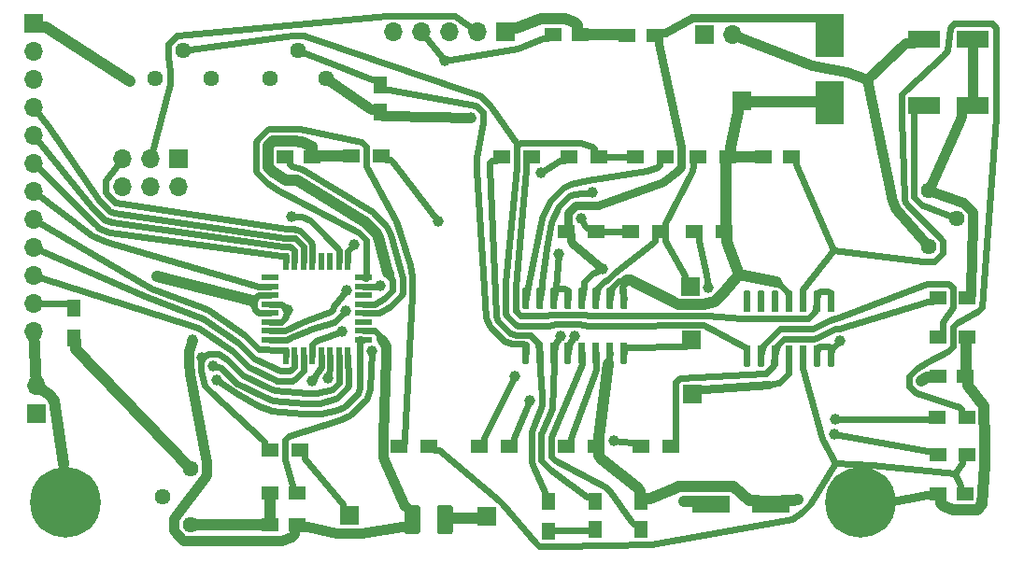
<source format=gbr>
G04 #@! TF.GenerationSoftware,KiCad,Pcbnew,(5.1.4)-1*
G04 #@! TF.CreationDate,2019-11-08T19:54:44+05:00*
G04 #@! TF.ProjectId,powerSupplyArduino,706f7765-7253-4757-9070-6c7941726475,rev?*
G04 #@! TF.SameCoordinates,Original*
G04 #@! TF.FileFunction,Copper,L1,Top*
G04 #@! TF.FilePolarity,Positive*
%FSLAX46Y46*%
G04 Gerber Fmt 4.6, Leading zero omitted, Abs format (unit mm)*
G04 Created by KiCad (PCBNEW (5.1.4)-1) date 2019-11-08 19:54:44*
%MOMM*%
%LPD*%
G04 APERTURE LIST*
%ADD10C,6.400000*%
%ADD11C,0.800000*%
%ADD12R,1.700000X1.700000*%
%ADD13O,1.700000X1.700000*%
%ADD14C,1.440000*%
%ADD15R,3.500000X1.600000*%
%ADD16R,0.550000X1.600000*%
%ADD17R,1.600000X0.550000*%
%ADD18C,0.100000*%
%ADD19C,0.600000*%
%ADD20R,1.500000X1.300000*%
%ADD21R,1.300000X1.500000*%
%ADD22C,1.425000*%
%ADD23R,1.250000X1.500000*%
%ADD24R,1.500000X1.250000*%
%ADD25R,3.000000X1.600000*%
%ADD26R,2.500000X4.000000*%
%ADD27C,1.000000*%
%ADD28C,0.800000*%
%ADD29C,0.600000*%
%ADD30C,1.000000*%
%ADD31C,0.900000*%
G04 APERTURE END LIST*
D10*
X94700000Y-95370000D03*
D11*
X97100000Y-95370000D03*
X96397056Y-97067056D03*
X94700000Y-97770000D03*
X93002944Y-97067056D03*
X92300000Y-95370000D03*
X93002944Y-93672944D03*
X94700000Y-92970000D03*
X96397056Y-93672944D03*
D10*
X166830000Y-95370000D03*
D11*
X169230000Y-95370000D03*
X168527056Y-97067056D03*
X166830000Y-97770000D03*
X165132944Y-97067056D03*
X164430000Y-95370000D03*
X165132944Y-93672944D03*
X166830000Y-92970000D03*
X168527056Y-93672944D03*
D12*
X152680000Y-52960000D03*
D13*
X155220000Y-52960000D03*
D12*
X120440000Y-96520000D03*
X132910000Y-96650000D03*
X156070000Y-58950000D03*
X151510000Y-85540000D03*
X151400000Y-75780000D03*
X151490000Y-80660000D03*
D14*
X106050000Y-92300000D03*
X103510000Y-94840000D03*
X106050000Y-97380000D03*
X107950000Y-56896000D03*
X105410000Y-54356000D03*
X102870000Y-56896000D03*
X172960000Y-72190000D03*
X175500000Y-69650000D03*
X172960000Y-67110000D03*
X118364000Y-56896000D03*
X115824000Y-54356000D03*
X113284000Y-56896000D03*
D15*
X153230000Y-95510000D03*
X158630000Y-95510000D03*
D16*
X114720000Y-73540000D03*
X115520000Y-73540000D03*
X116320000Y-73540000D03*
X117120000Y-73540000D03*
X117920000Y-73540000D03*
X118720000Y-73540000D03*
X119520000Y-73540000D03*
X120320000Y-73540000D03*
D17*
X121770000Y-74990000D03*
X121770000Y-75790000D03*
X121770000Y-76590000D03*
X121770000Y-77390000D03*
X121770000Y-78190000D03*
X121770000Y-78990000D03*
X121770000Y-79790000D03*
X121770000Y-80590000D03*
D16*
X120320000Y-82040000D03*
X119520000Y-82040000D03*
X118720000Y-82040000D03*
X117920000Y-82040000D03*
X117120000Y-82040000D03*
X116320000Y-82040000D03*
X115520000Y-82040000D03*
X114720000Y-82040000D03*
D17*
X113270000Y-80590000D03*
X113270000Y-79790000D03*
X113270000Y-78990000D03*
X113270000Y-78190000D03*
X113270000Y-77390000D03*
X113270000Y-76590000D03*
X113270000Y-75790000D03*
X113270000Y-74990000D03*
D18*
G36*
X136619703Y-75900722D02*
G01*
X136634264Y-75902882D01*
X136648543Y-75906459D01*
X136662403Y-75911418D01*
X136675710Y-75917712D01*
X136688336Y-75925280D01*
X136700159Y-75934048D01*
X136711066Y-75943934D01*
X136720952Y-75954841D01*
X136729720Y-75966664D01*
X136737288Y-75979290D01*
X136743582Y-75992597D01*
X136748541Y-76006457D01*
X136752118Y-76020736D01*
X136754278Y-76035297D01*
X136755000Y-76050000D01*
X136755000Y-77700000D01*
X136754278Y-77714703D01*
X136752118Y-77729264D01*
X136748541Y-77743543D01*
X136743582Y-77757403D01*
X136737288Y-77770710D01*
X136729720Y-77783336D01*
X136720952Y-77795159D01*
X136711066Y-77806066D01*
X136700159Y-77815952D01*
X136688336Y-77824720D01*
X136675710Y-77832288D01*
X136662403Y-77838582D01*
X136648543Y-77843541D01*
X136634264Y-77847118D01*
X136619703Y-77849278D01*
X136605000Y-77850000D01*
X136305000Y-77850000D01*
X136290297Y-77849278D01*
X136275736Y-77847118D01*
X136261457Y-77843541D01*
X136247597Y-77838582D01*
X136234290Y-77832288D01*
X136221664Y-77824720D01*
X136209841Y-77815952D01*
X136198934Y-77806066D01*
X136189048Y-77795159D01*
X136180280Y-77783336D01*
X136172712Y-77770710D01*
X136166418Y-77757403D01*
X136161459Y-77743543D01*
X136157882Y-77729264D01*
X136155722Y-77714703D01*
X136155000Y-77700000D01*
X136155000Y-76050000D01*
X136155722Y-76035297D01*
X136157882Y-76020736D01*
X136161459Y-76006457D01*
X136166418Y-75992597D01*
X136172712Y-75979290D01*
X136180280Y-75966664D01*
X136189048Y-75954841D01*
X136198934Y-75943934D01*
X136209841Y-75934048D01*
X136221664Y-75925280D01*
X136234290Y-75917712D01*
X136247597Y-75911418D01*
X136261457Y-75906459D01*
X136275736Y-75902882D01*
X136290297Y-75900722D01*
X136305000Y-75900000D01*
X136605000Y-75900000D01*
X136619703Y-75900722D01*
X136619703Y-75900722D01*
G37*
D19*
X136455000Y-76875000D03*
D18*
G36*
X137889703Y-75900722D02*
G01*
X137904264Y-75902882D01*
X137918543Y-75906459D01*
X137932403Y-75911418D01*
X137945710Y-75917712D01*
X137958336Y-75925280D01*
X137970159Y-75934048D01*
X137981066Y-75943934D01*
X137990952Y-75954841D01*
X137999720Y-75966664D01*
X138007288Y-75979290D01*
X138013582Y-75992597D01*
X138018541Y-76006457D01*
X138022118Y-76020736D01*
X138024278Y-76035297D01*
X138025000Y-76050000D01*
X138025000Y-77700000D01*
X138024278Y-77714703D01*
X138022118Y-77729264D01*
X138018541Y-77743543D01*
X138013582Y-77757403D01*
X138007288Y-77770710D01*
X137999720Y-77783336D01*
X137990952Y-77795159D01*
X137981066Y-77806066D01*
X137970159Y-77815952D01*
X137958336Y-77824720D01*
X137945710Y-77832288D01*
X137932403Y-77838582D01*
X137918543Y-77843541D01*
X137904264Y-77847118D01*
X137889703Y-77849278D01*
X137875000Y-77850000D01*
X137575000Y-77850000D01*
X137560297Y-77849278D01*
X137545736Y-77847118D01*
X137531457Y-77843541D01*
X137517597Y-77838582D01*
X137504290Y-77832288D01*
X137491664Y-77824720D01*
X137479841Y-77815952D01*
X137468934Y-77806066D01*
X137459048Y-77795159D01*
X137450280Y-77783336D01*
X137442712Y-77770710D01*
X137436418Y-77757403D01*
X137431459Y-77743543D01*
X137427882Y-77729264D01*
X137425722Y-77714703D01*
X137425000Y-77700000D01*
X137425000Y-76050000D01*
X137425722Y-76035297D01*
X137427882Y-76020736D01*
X137431459Y-76006457D01*
X137436418Y-75992597D01*
X137442712Y-75979290D01*
X137450280Y-75966664D01*
X137459048Y-75954841D01*
X137468934Y-75943934D01*
X137479841Y-75934048D01*
X137491664Y-75925280D01*
X137504290Y-75917712D01*
X137517597Y-75911418D01*
X137531457Y-75906459D01*
X137545736Y-75902882D01*
X137560297Y-75900722D01*
X137575000Y-75900000D01*
X137875000Y-75900000D01*
X137889703Y-75900722D01*
X137889703Y-75900722D01*
G37*
D19*
X137725000Y-76875000D03*
D18*
G36*
X139159703Y-75900722D02*
G01*
X139174264Y-75902882D01*
X139188543Y-75906459D01*
X139202403Y-75911418D01*
X139215710Y-75917712D01*
X139228336Y-75925280D01*
X139240159Y-75934048D01*
X139251066Y-75943934D01*
X139260952Y-75954841D01*
X139269720Y-75966664D01*
X139277288Y-75979290D01*
X139283582Y-75992597D01*
X139288541Y-76006457D01*
X139292118Y-76020736D01*
X139294278Y-76035297D01*
X139295000Y-76050000D01*
X139295000Y-77700000D01*
X139294278Y-77714703D01*
X139292118Y-77729264D01*
X139288541Y-77743543D01*
X139283582Y-77757403D01*
X139277288Y-77770710D01*
X139269720Y-77783336D01*
X139260952Y-77795159D01*
X139251066Y-77806066D01*
X139240159Y-77815952D01*
X139228336Y-77824720D01*
X139215710Y-77832288D01*
X139202403Y-77838582D01*
X139188543Y-77843541D01*
X139174264Y-77847118D01*
X139159703Y-77849278D01*
X139145000Y-77850000D01*
X138845000Y-77850000D01*
X138830297Y-77849278D01*
X138815736Y-77847118D01*
X138801457Y-77843541D01*
X138787597Y-77838582D01*
X138774290Y-77832288D01*
X138761664Y-77824720D01*
X138749841Y-77815952D01*
X138738934Y-77806066D01*
X138729048Y-77795159D01*
X138720280Y-77783336D01*
X138712712Y-77770710D01*
X138706418Y-77757403D01*
X138701459Y-77743543D01*
X138697882Y-77729264D01*
X138695722Y-77714703D01*
X138695000Y-77700000D01*
X138695000Y-76050000D01*
X138695722Y-76035297D01*
X138697882Y-76020736D01*
X138701459Y-76006457D01*
X138706418Y-75992597D01*
X138712712Y-75979290D01*
X138720280Y-75966664D01*
X138729048Y-75954841D01*
X138738934Y-75943934D01*
X138749841Y-75934048D01*
X138761664Y-75925280D01*
X138774290Y-75917712D01*
X138787597Y-75911418D01*
X138801457Y-75906459D01*
X138815736Y-75902882D01*
X138830297Y-75900722D01*
X138845000Y-75900000D01*
X139145000Y-75900000D01*
X139159703Y-75900722D01*
X139159703Y-75900722D01*
G37*
D19*
X138995000Y-76875000D03*
D18*
G36*
X140429703Y-75900722D02*
G01*
X140444264Y-75902882D01*
X140458543Y-75906459D01*
X140472403Y-75911418D01*
X140485710Y-75917712D01*
X140498336Y-75925280D01*
X140510159Y-75934048D01*
X140521066Y-75943934D01*
X140530952Y-75954841D01*
X140539720Y-75966664D01*
X140547288Y-75979290D01*
X140553582Y-75992597D01*
X140558541Y-76006457D01*
X140562118Y-76020736D01*
X140564278Y-76035297D01*
X140565000Y-76050000D01*
X140565000Y-77700000D01*
X140564278Y-77714703D01*
X140562118Y-77729264D01*
X140558541Y-77743543D01*
X140553582Y-77757403D01*
X140547288Y-77770710D01*
X140539720Y-77783336D01*
X140530952Y-77795159D01*
X140521066Y-77806066D01*
X140510159Y-77815952D01*
X140498336Y-77824720D01*
X140485710Y-77832288D01*
X140472403Y-77838582D01*
X140458543Y-77843541D01*
X140444264Y-77847118D01*
X140429703Y-77849278D01*
X140415000Y-77850000D01*
X140115000Y-77850000D01*
X140100297Y-77849278D01*
X140085736Y-77847118D01*
X140071457Y-77843541D01*
X140057597Y-77838582D01*
X140044290Y-77832288D01*
X140031664Y-77824720D01*
X140019841Y-77815952D01*
X140008934Y-77806066D01*
X139999048Y-77795159D01*
X139990280Y-77783336D01*
X139982712Y-77770710D01*
X139976418Y-77757403D01*
X139971459Y-77743543D01*
X139967882Y-77729264D01*
X139965722Y-77714703D01*
X139965000Y-77700000D01*
X139965000Y-76050000D01*
X139965722Y-76035297D01*
X139967882Y-76020736D01*
X139971459Y-76006457D01*
X139976418Y-75992597D01*
X139982712Y-75979290D01*
X139990280Y-75966664D01*
X139999048Y-75954841D01*
X140008934Y-75943934D01*
X140019841Y-75934048D01*
X140031664Y-75925280D01*
X140044290Y-75917712D01*
X140057597Y-75911418D01*
X140071457Y-75906459D01*
X140085736Y-75902882D01*
X140100297Y-75900722D01*
X140115000Y-75900000D01*
X140415000Y-75900000D01*
X140429703Y-75900722D01*
X140429703Y-75900722D01*
G37*
D19*
X140265000Y-76875000D03*
D18*
G36*
X141699703Y-75900722D02*
G01*
X141714264Y-75902882D01*
X141728543Y-75906459D01*
X141742403Y-75911418D01*
X141755710Y-75917712D01*
X141768336Y-75925280D01*
X141780159Y-75934048D01*
X141791066Y-75943934D01*
X141800952Y-75954841D01*
X141809720Y-75966664D01*
X141817288Y-75979290D01*
X141823582Y-75992597D01*
X141828541Y-76006457D01*
X141832118Y-76020736D01*
X141834278Y-76035297D01*
X141835000Y-76050000D01*
X141835000Y-77700000D01*
X141834278Y-77714703D01*
X141832118Y-77729264D01*
X141828541Y-77743543D01*
X141823582Y-77757403D01*
X141817288Y-77770710D01*
X141809720Y-77783336D01*
X141800952Y-77795159D01*
X141791066Y-77806066D01*
X141780159Y-77815952D01*
X141768336Y-77824720D01*
X141755710Y-77832288D01*
X141742403Y-77838582D01*
X141728543Y-77843541D01*
X141714264Y-77847118D01*
X141699703Y-77849278D01*
X141685000Y-77850000D01*
X141385000Y-77850000D01*
X141370297Y-77849278D01*
X141355736Y-77847118D01*
X141341457Y-77843541D01*
X141327597Y-77838582D01*
X141314290Y-77832288D01*
X141301664Y-77824720D01*
X141289841Y-77815952D01*
X141278934Y-77806066D01*
X141269048Y-77795159D01*
X141260280Y-77783336D01*
X141252712Y-77770710D01*
X141246418Y-77757403D01*
X141241459Y-77743543D01*
X141237882Y-77729264D01*
X141235722Y-77714703D01*
X141235000Y-77700000D01*
X141235000Y-76050000D01*
X141235722Y-76035297D01*
X141237882Y-76020736D01*
X141241459Y-76006457D01*
X141246418Y-75992597D01*
X141252712Y-75979290D01*
X141260280Y-75966664D01*
X141269048Y-75954841D01*
X141278934Y-75943934D01*
X141289841Y-75934048D01*
X141301664Y-75925280D01*
X141314290Y-75917712D01*
X141327597Y-75911418D01*
X141341457Y-75906459D01*
X141355736Y-75902882D01*
X141370297Y-75900722D01*
X141385000Y-75900000D01*
X141685000Y-75900000D01*
X141699703Y-75900722D01*
X141699703Y-75900722D01*
G37*
D19*
X141535000Y-76875000D03*
D18*
G36*
X142969703Y-75900722D02*
G01*
X142984264Y-75902882D01*
X142998543Y-75906459D01*
X143012403Y-75911418D01*
X143025710Y-75917712D01*
X143038336Y-75925280D01*
X143050159Y-75934048D01*
X143061066Y-75943934D01*
X143070952Y-75954841D01*
X143079720Y-75966664D01*
X143087288Y-75979290D01*
X143093582Y-75992597D01*
X143098541Y-76006457D01*
X143102118Y-76020736D01*
X143104278Y-76035297D01*
X143105000Y-76050000D01*
X143105000Y-77700000D01*
X143104278Y-77714703D01*
X143102118Y-77729264D01*
X143098541Y-77743543D01*
X143093582Y-77757403D01*
X143087288Y-77770710D01*
X143079720Y-77783336D01*
X143070952Y-77795159D01*
X143061066Y-77806066D01*
X143050159Y-77815952D01*
X143038336Y-77824720D01*
X143025710Y-77832288D01*
X143012403Y-77838582D01*
X142998543Y-77843541D01*
X142984264Y-77847118D01*
X142969703Y-77849278D01*
X142955000Y-77850000D01*
X142655000Y-77850000D01*
X142640297Y-77849278D01*
X142625736Y-77847118D01*
X142611457Y-77843541D01*
X142597597Y-77838582D01*
X142584290Y-77832288D01*
X142571664Y-77824720D01*
X142559841Y-77815952D01*
X142548934Y-77806066D01*
X142539048Y-77795159D01*
X142530280Y-77783336D01*
X142522712Y-77770710D01*
X142516418Y-77757403D01*
X142511459Y-77743543D01*
X142507882Y-77729264D01*
X142505722Y-77714703D01*
X142505000Y-77700000D01*
X142505000Y-76050000D01*
X142505722Y-76035297D01*
X142507882Y-76020736D01*
X142511459Y-76006457D01*
X142516418Y-75992597D01*
X142522712Y-75979290D01*
X142530280Y-75966664D01*
X142539048Y-75954841D01*
X142548934Y-75943934D01*
X142559841Y-75934048D01*
X142571664Y-75925280D01*
X142584290Y-75917712D01*
X142597597Y-75911418D01*
X142611457Y-75906459D01*
X142625736Y-75902882D01*
X142640297Y-75900722D01*
X142655000Y-75900000D01*
X142955000Y-75900000D01*
X142969703Y-75900722D01*
X142969703Y-75900722D01*
G37*
D19*
X142805000Y-76875000D03*
D18*
G36*
X144239703Y-75900722D02*
G01*
X144254264Y-75902882D01*
X144268543Y-75906459D01*
X144282403Y-75911418D01*
X144295710Y-75917712D01*
X144308336Y-75925280D01*
X144320159Y-75934048D01*
X144331066Y-75943934D01*
X144340952Y-75954841D01*
X144349720Y-75966664D01*
X144357288Y-75979290D01*
X144363582Y-75992597D01*
X144368541Y-76006457D01*
X144372118Y-76020736D01*
X144374278Y-76035297D01*
X144375000Y-76050000D01*
X144375000Y-77700000D01*
X144374278Y-77714703D01*
X144372118Y-77729264D01*
X144368541Y-77743543D01*
X144363582Y-77757403D01*
X144357288Y-77770710D01*
X144349720Y-77783336D01*
X144340952Y-77795159D01*
X144331066Y-77806066D01*
X144320159Y-77815952D01*
X144308336Y-77824720D01*
X144295710Y-77832288D01*
X144282403Y-77838582D01*
X144268543Y-77843541D01*
X144254264Y-77847118D01*
X144239703Y-77849278D01*
X144225000Y-77850000D01*
X143925000Y-77850000D01*
X143910297Y-77849278D01*
X143895736Y-77847118D01*
X143881457Y-77843541D01*
X143867597Y-77838582D01*
X143854290Y-77832288D01*
X143841664Y-77824720D01*
X143829841Y-77815952D01*
X143818934Y-77806066D01*
X143809048Y-77795159D01*
X143800280Y-77783336D01*
X143792712Y-77770710D01*
X143786418Y-77757403D01*
X143781459Y-77743543D01*
X143777882Y-77729264D01*
X143775722Y-77714703D01*
X143775000Y-77700000D01*
X143775000Y-76050000D01*
X143775722Y-76035297D01*
X143777882Y-76020736D01*
X143781459Y-76006457D01*
X143786418Y-75992597D01*
X143792712Y-75979290D01*
X143800280Y-75966664D01*
X143809048Y-75954841D01*
X143818934Y-75943934D01*
X143829841Y-75934048D01*
X143841664Y-75925280D01*
X143854290Y-75917712D01*
X143867597Y-75911418D01*
X143881457Y-75906459D01*
X143895736Y-75902882D01*
X143910297Y-75900722D01*
X143925000Y-75900000D01*
X144225000Y-75900000D01*
X144239703Y-75900722D01*
X144239703Y-75900722D01*
G37*
D19*
X144075000Y-76875000D03*
D18*
G36*
X145509703Y-75900722D02*
G01*
X145524264Y-75902882D01*
X145538543Y-75906459D01*
X145552403Y-75911418D01*
X145565710Y-75917712D01*
X145578336Y-75925280D01*
X145590159Y-75934048D01*
X145601066Y-75943934D01*
X145610952Y-75954841D01*
X145619720Y-75966664D01*
X145627288Y-75979290D01*
X145633582Y-75992597D01*
X145638541Y-76006457D01*
X145642118Y-76020736D01*
X145644278Y-76035297D01*
X145645000Y-76050000D01*
X145645000Y-77700000D01*
X145644278Y-77714703D01*
X145642118Y-77729264D01*
X145638541Y-77743543D01*
X145633582Y-77757403D01*
X145627288Y-77770710D01*
X145619720Y-77783336D01*
X145610952Y-77795159D01*
X145601066Y-77806066D01*
X145590159Y-77815952D01*
X145578336Y-77824720D01*
X145565710Y-77832288D01*
X145552403Y-77838582D01*
X145538543Y-77843541D01*
X145524264Y-77847118D01*
X145509703Y-77849278D01*
X145495000Y-77850000D01*
X145195000Y-77850000D01*
X145180297Y-77849278D01*
X145165736Y-77847118D01*
X145151457Y-77843541D01*
X145137597Y-77838582D01*
X145124290Y-77832288D01*
X145111664Y-77824720D01*
X145099841Y-77815952D01*
X145088934Y-77806066D01*
X145079048Y-77795159D01*
X145070280Y-77783336D01*
X145062712Y-77770710D01*
X145056418Y-77757403D01*
X145051459Y-77743543D01*
X145047882Y-77729264D01*
X145045722Y-77714703D01*
X145045000Y-77700000D01*
X145045000Y-76050000D01*
X145045722Y-76035297D01*
X145047882Y-76020736D01*
X145051459Y-76006457D01*
X145056418Y-75992597D01*
X145062712Y-75979290D01*
X145070280Y-75966664D01*
X145079048Y-75954841D01*
X145088934Y-75943934D01*
X145099841Y-75934048D01*
X145111664Y-75925280D01*
X145124290Y-75917712D01*
X145137597Y-75911418D01*
X145151457Y-75906459D01*
X145165736Y-75902882D01*
X145180297Y-75900722D01*
X145195000Y-75900000D01*
X145495000Y-75900000D01*
X145509703Y-75900722D01*
X145509703Y-75900722D01*
G37*
D19*
X145345000Y-76875000D03*
D18*
G36*
X145509703Y-80850722D02*
G01*
X145524264Y-80852882D01*
X145538543Y-80856459D01*
X145552403Y-80861418D01*
X145565710Y-80867712D01*
X145578336Y-80875280D01*
X145590159Y-80884048D01*
X145601066Y-80893934D01*
X145610952Y-80904841D01*
X145619720Y-80916664D01*
X145627288Y-80929290D01*
X145633582Y-80942597D01*
X145638541Y-80956457D01*
X145642118Y-80970736D01*
X145644278Y-80985297D01*
X145645000Y-81000000D01*
X145645000Y-82650000D01*
X145644278Y-82664703D01*
X145642118Y-82679264D01*
X145638541Y-82693543D01*
X145633582Y-82707403D01*
X145627288Y-82720710D01*
X145619720Y-82733336D01*
X145610952Y-82745159D01*
X145601066Y-82756066D01*
X145590159Y-82765952D01*
X145578336Y-82774720D01*
X145565710Y-82782288D01*
X145552403Y-82788582D01*
X145538543Y-82793541D01*
X145524264Y-82797118D01*
X145509703Y-82799278D01*
X145495000Y-82800000D01*
X145195000Y-82800000D01*
X145180297Y-82799278D01*
X145165736Y-82797118D01*
X145151457Y-82793541D01*
X145137597Y-82788582D01*
X145124290Y-82782288D01*
X145111664Y-82774720D01*
X145099841Y-82765952D01*
X145088934Y-82756066D01*
X145079048Y-82745159D01*
X145070280Y-82733336D01*
X145062712Y-82720710D01*
X145056418Y-82707403D01*
X145051459Y-82693543D01*
X145047882Y-82679264D01*
X145045722Y-82664703D01*
X145045000Y-82650000D01*
X145045000Y-81000000D01*
X145045722Y-80985297D01*
X145047882Y-80970736D01*
X145051459Y-80956457D01*
X145056418Y-80942597D01*
X145062712Y-80929290D01*
X145070280Y-80916664D01*
X145079048Y-80904841D01*
X145088934Y-80893934D01*
X145099841Y-80884048D01*
X145111664Y-80875280D01*
X145124290Y-80867712D01*
X145137597Y-80861418D01*
X145151457Y-80856459D01*
X145165736Y-80852882D01*
X145180297Y-80850722D01*
X145195000Y-80850000D01*
X145495000Y-80850000D01*
X145509703Y-80850722D01*
X145509703Y-80850722D01*
G37*
D19*
X145345000Y-81825000D03*
D18*
G36*
X144239703Y-80850722D02*
G01*
X144254264Y-80852882D01*
X144268543Y-80856459D01*
X144282403Y-80861418D01*
X144295710Y-80867712D01*
X144308336Y-80875280D01*
X144320159Y-80884048D01*
X144331066Y-80893934D01*
X144340952Y-80904841D01*
X144349720Y-80916664D01*
X144357288Y-80929290D01*
X144363582Y-80942597D01*
X144368541Y-80956457D01*
X144372118Y-80970736D01*
X144374278Y-80985297D01*
X144375000Y-81000000D01*
X144375000Y-82650000D01*
X144374278Y-82664703D01*
X144372118Y-82679264D01*
X144368541Y-82693543D01*
X144363582Y-82707403D01*
X144357288Y-82720710D01*
X144349720Y-82733336D01*
X144340952Y-82745159D01*
X144331066Y-82756066D01*
X144320159Y-82765952D01*
X144308336Y-82774720D01*
X144295710Y-82782288D01*
X144282403Y-82788582D01*
X144268543Y-82793541D01*
X144254264Y-82797118D01*
X144239703Y-82799278D01*
X144225000Y-82800000D01*
X143925000Y-82800000D01*
X143910297Y-82799278D01*
X143895736Y-82797118D01*
X143881457Y-82793541D01*
X143867597Y-82788582D01*
X143854290Y-82782288D01*
X143841664Y-82774720D01*
X143829841Y-82765952D01*
X143818934Y-82756066D01*
X143809048Y-82745159D01*
X143800280Y-82733336D01*
X143792712Y-82720710D01*
X143786418Y-82707403D01*
X143781459Y-82693543D01*
X143777882Y-82679264D01*
X143775722Y-82664703D01*
X143775000Y-82650000D01*
X143775000Y-81000000D01*
X143775722Y-80985297D01*
X143777882Y-80970736D01*
X143781459Y-80956457D01*
X143786418Y-80942597D01*
X143792712Y-80929290D01*
X143800280Y-80916664D01*
X143809048Y-80904841D01*
X143818934Y-80893934D01*
X143829841Y-80884048D01*
X143841664Y-80875280D01*
X143854290Y-80867712D01*
X143867597Y-80861418D01*
X143881457Y-80856459D01*
X143895736Y-80852882D01*
X143910297Y-80850722D01*
X143925000Y-80850000D01*
X144225000Y-80850000D01*
X144239703Y-80850722D01*
X144239703Y-80850722D01*
G37*
D19*
X144075000Y-81825000D03*
D18*
G36*
X142969703Y-80850722D02*
G01*
X142984264Y-80852882D01*
X142998543Y-80856459D01*
X143012403Y-80861418D01*
X143025710Y-80867712D01*
X143038336Y-80875280D01*
X143050159Y-80884048D01*
X143061066Y-80893934D01*
X143070952Y-80904841D01*
X143079720Y-80916664D01*
X143087288Y-80929290D01*
X143093582Y-80942597D01*
X143098541Y-80956457D01*
X143102118Y-80970736D01*
X143104278Y-80985297D01*
X143105000Y-81000000D01*
X143105000Y-82650000D01*
X143104278Y-82664703D01*
X143102118Y-82679264D01*
X143098541Y-82693543D01*
X143093582Y-82707403D01*
X143087288Y-82720710D01*
X143079720Y-82733336D01*
X143070952Y-82745159D01*
X143061066Y-82756066D01*
X143050159Y-82765952D01*
X143038336Y-82774720D01*
X143025710Y-82782288D01*
X143012403Y-82788582D01*
X142998543Y-82793541D01*
X142984264Y-82797118D01*
X142969703Y-82799278D01*
X142955000Y-82800000D01*
X142655000Y-82800000D01*
X142640297Y-82799278D01*
X142625736Y-82797118D01*
X142611457Y-82793541D01*
X142597597Y-82788582D01*
X142584290Y-82782288D01*
X142571664Y-82774720D01*
X142559841Y-82765952D01*
X142548934Y-82756066D01*
X142539048Y-82745159D01*
X142530280Y-82733336D01*
X142522712Y-82720710D01*
X142516418Y-82707403D01*
X142511459Y-82693543D01*
X142507882Y-82679264D01*
X142505722Y-82664703D01*
X142505000Y-82650000D01*
X142505000Y-81000000D01*
X142505722Y-80985297D01*
X142507882Y-80970736D01*
X142511459Y-80956457D01*
X142516418Y-80942597D01*
X142522712Y-80929290D01*
X142530280Y-80916664D01*
X142539048Y-80904841D01*
X142548934Y-80893934D01*
X142559841Y-80884048D01*
X142571664Y-80875280D01*
X142584290Y-80867712D01*
X142597597Y-80861418D01*
X142611457Y-80856459D01*
X142625736Y-80852882D01*
X142640297Y-80850722D01*
X142655000Y-80850000D01*
X142955000Y-80850000D01*
X142969703Y-80850722D01*
X142969703Y-80850722D01*
G37*
D19*
X142805000Y-81825000D03*
D18*
G36*
X141699703Y-80850722D02*
G01*
X141714264Y-80852882D01*
X141728543Y-80856459D01*
X141742403Y-80861418D01*
X141755710Y-80867712D01*
X141768336Y-80875280D01*
X141780159Y-80884048D01*
X141791066Y-80893934D01*
X141800952Y-80904841D01*
X141809720Y-80916664D01*
X141817288Y-80929290D01*
X141823582Y-80942597D01*
X141828541Y-80956457D01*
X141832118Y-80970736D01*
X141834278Y-80985297D01*
X141835000Y-81000000D01*
X141835000Y-82650000D01*
X141834278Y-82664703D01*
X141832118Y-82679264D01*
X141828541Y-82693543D01*
X141823582Y-82707403D01*
X141817288Y-82720710D01*
X141809720Y-82733336D01*
X141800952Y-82745159D01*
X141791066Y-82756066D01*
X141780159Y-82765952D01*
X141768336Y-82774720D01*
X141755710Y-82782288D01*
X141742403Y-82788582D01*
X141728543Y-82793541D01*
X141714264Y-82797118D01*
X141699703Y-82799278D01*
X141685000Y-82800000D01*
X141385000Y-82800000D01*
X141370297Y-82799278D01*
X141355736Y-82797118D01*
X141341457Y-82793541D01*
X141327597Y-82788582D01*
X141314290Y-82782288D01*
X141301664Y-82774720D01*
X141289841Y-82765952D01*
X141278934Y-82756066D01*
X141269048Y-82745159D01*
X141260280Y-82733336D01*
X141252712Y-82720710D01*
X141246418Y-82707403D01*
X141241459Y-82693543D01*
X141237882Y-82679264D01*
X141235722Y-82664703D01*
X141235000Y-82650000D01*
X141235000Y-81000000D01*
X141235722Y-80985297D01*
X141237882Y-80970736D01*
X141241459Y-80956457D01*
X141246418Y-80942597D01*
X141252712Y-80929290D01*
X141260280Y-80916664D01*
X141269048Y-80904841D01*
X141278934Y-80893934D01*
X141289841Y-80884048D01*
X141301664Y-80875280D01*
X141314290Y-80867712D01*
X141327597Y-80861418D01*
X141341457Y-80856459D01*
X141355736Y-80852882D01*
X141370297Y-80850722D01*
X141385000Y-80850000D01*
X141685000Y-80850000D01*
X141699703Y-80850722D01*
X141699703Y-80850722D01*
G37*
D19*
X141535000Y-81825000D03*
D18*
G36*
X140429703Y-80850722D02*
G01*
X140444264Y-80852882D01*
X140458543Y-80856459D01*
X140472403Y-80861418D01*
X140485710Y-80867712D01*
X140498336Y-80875280D01*
X140510159Y-80884048D01*
X140521066Y-80893934D01*
X140530952Y-80904841D01*
X140539720Y-80916664D01*
X140547288Y-80929290D01*
X140553582Y-80942597D01*
X140558541Y-80956457D01*
X140562118Y-80970736D01*
X140564278Y-80985297D01*
X140565000Y-81000000D01*
X140565000Y-82650000D01*
X140564278Y-82664703D01*
X140562118Y-82679264D01*
X140558541Y-82693543D01*
X140553582Y-82707403D01*
X140547288Y-82720710D01*
X140539720Y-82733336D01*
X140530952Y-82745159D01*
X140521066Y-82756066D01*
X140510159Y-82765952D01*
X140498336Y-82774720D01*
X140485710Y-82782288D01*
X140472403Y-82788582D01*
X140458543Y-82793541D01*
X140444264Y-82797118D01*
X140429703Y-82799278D01*
X140415000Y-82800000D01*
X140115000Y-82800000D01*
X140100297Y-82799278D01*
X140085736Y-82797118D01*
X140071457Y-82793541D01*
X140057597Y-82788582D01*
X140044290Y-82782288D01*
X140031664Y-82774720D01*
X140019841Y-82765952D01*
X140008934Y-82756066D01*
X139999048Y-82745159D01*
X139990280Y-82733336D01*
X139982712Y-82720710D01*
X139976418Y-82707403D01*
X139971459Y-82693543D01*
X139967882Y-82679264D01*
X139965722Y-82664703D01*
X139965000Y-82650000D01*
X139965000Y-81000000D01*
X139965722Y-80985297D01*
X139967882Y-80970736D01*
X139971459Y-80956457D01*
X139976418Y-80942597D01*
X139982712Y-80929290D01*
X139990280Y-80916664D01*
X139999048Y-80904841D01*
X140008934Y-80893934D01*
X140019841Y-80884048D01*
X140031664Y-80875280D01*
X140044290Y-80867712D01*
X140057597Y-80861418D01*
X140071457Y-80856459D01*
X140085736Y-80852882D01*
X140100297Y-80850722D01*
X140115000Y-80850000D01*
X140415000Y-80850000D01*
X140429703Y-80850722D01*
X140429703Y-80850722D01*
G37*
D19*
X140265000Y-81825000D03*
D18*
G36*
X139159703Y-80850722D02*
G01*
X139174264Y-80852882D01*
X139188543Y-80856459D01*
X139202403Y-80861418D01*
X139215710Y-80867712D01*
X139228336Y-80875280D01*
X139240159Y-80884048D01*
X139251066Y-80893934D01*
X139260952Y-80904841D01*
X139269720Y-80916664D01*
X139277288Y-80929290D01*
X139283582Y-80942597D01*
X139288541Y-80956457D01*
X139292118Y-80970736D01*
X139294278Y-80985297D01*
X139295000Y-81000000D01*
X139295000Y-82650000D01*
X139294278Y-82664703D01*
X139292118Y-82679264D01*
X139288541Y-82693543D01*
X139283582Y-82707403D01*
X139277288Y-82720710D01*
X139269720Y-82733336D01*
X139260952Y-82745159D01*
X139251066Y-82756066D01*
X139240159Y-82765952D01*
X139228336Y-82774720D01*
X139215710Y-82782288D01*
X139202403Y-82788582D01*
X139188543Y-82793541D01*
X139174264Y-82797118D01*
X139159703Y-82799278D01*
X139145000Y-82800000D01*
X138845000Y-82800000D01*
X138830297Y-82799278D01*
X138815736Y-82797118D01*
X138801457Y-82793541D01*
X138787597Y-82788582D01*
X138774290Y-82782288D01*
X138761664Y-82774720D01*
X138749841Y-82765952D01*
X138738934Y-82756066D01*
X138729048Y-82745159D01*
X138720280Y-82733336D01*
X138712712Y-82720710D01*
X138706418Y-82707403D01*
X138701459Y-82693543D01*
X138697882Y-82679264D01*
X138695722Y-82664703D01*
X138695000Y-82650000D01*
X138695000Y-81000000D01*
X138695722Y-80985297D01*
X138697882Y-80970736D01*
X138701459Y-80956457D01*
X138706418Y-80942597D01*
X138712712Y-80929290D01*
X138720280Y-80916664D01*
X138729048Y-80904841D01*
X138738934Y-80893934D01*
X138749841Y-80884048D01*
X138761664Y-80875280D01*
X138774290Y-80867712D01*
X138787597Y-80861418D01*
X138801457Y-80856459D01*
X138815736Y-80852882D01*
X138830297Y-80850722D01*
X138845000Y-80850000D01*
X139145000Y-80850000D01*
X139159703Y-80850722D01*
X139159703Y-80850722D01*
G37*
D19*
X138995000Y-81825000D03*
D18*
G36*
X137889703Y-80850722D02*
G01*
X137904264Y-80852882D01*
X137918543Y-80856459D01*
X137932403Y-80861418D01*
X137945710Y-80867712D01*
X137958336Y-80875280D01*
X137970159Y-80884048D01*
X137981066Y-80893934D01*
X137990952Y-80904841D01*
X137999720Y-80916664D01*
X138007288Y-80929290D01*
X138013582Y-80942597D01*
X138018541Y-80956457D01*
X138022118Y-80970736D01*
X138024278Y-80985297D01*
X138025000Y-81000000D01*
X138025000Y-82650000D01*
X138024278Y-82664703D01*
X138022118Y-82679264D01*
X138018541Y-82693543D01*
X138013582Y-82707403D01*
X138007288Y-82720710D01*
X137999720Y-82733336D01*
X137990952Y-82745159D01*
X137981066Y-82756066D01*
X137970159Y-82765952D01*
X137958336Y-82774720D01*
X137945710Y-82782288D01*
X137932403Y-82788582D01*
X137918543Y-82793541D01*
X137904264Y-82797118D01*
X137889703Y-82799278D01*
X137875000Y-82800000D01*
X137575000Y-82800000D01*
X137560297Y-82799278D01*
X137545736Y-82797118D01*
X137531457Y-82793541D01*
X137517597Y-82788582D01*
X137504290Y-82782288D01*
X137491664Y-82774720D01*
X137479841Y-82765952D01*
X137468934Y-82756066D01*
X137459048Y-82745159D01*
X137450280Y-82733336D01*
X137442712Y-82720710D01*
X137436418Y-82707403D01*
X137431459Y-82693543D01*
X137427882Y-82679264D01*
X137425722Y-82664703D01*
X137425000Y-82650000D01*
X137425000Y-81000000D01*
X137425722Y-80985297D01*
X137427882Y-80970736D01*
X137431459Y-80956457D01*
X137436418Y-80942597D01*
X137442712Y-80929290D01*
X137450280Y-80916664D01*
X137459048Y-80904841D01*
X137468934Y-80893934D01*
X137479841Y-80884048D01*
X137491664Y-80875280D01*
X137504290Y-80867712D01*
X137517597Y-80861418D01*
X137531457Y-80856459D01*
X137545736Y-80852882D01*
X137560297Y-80850722D01*
X137575000Y-80850000D01*
X137875000Y-80850000D01*
X137889703Y-80850722D01*
X137889703Y-80850722D01*
G37*
D19*
X137725000Y-81825000D03*
D18*
G36*
X136619703Y-80850722D02*
G01*
X136634264Y-80852882D01*
X136648543Y-80856459D01*
X136662403Y-80861418D01*
X136675710Y-80867712D01*
X136688336Y-80875280D01*
X136700159Y-80884048D01*
X136711066Y-80893934D01*
X136720952Y-80904841D01*
X136729720Y-80916664D01*
X136737288Y-80929290D01*
X136743582Y-80942597D01*
X136748541Y-80956457D01*
X136752118Y-80970736D01*
X136754278Y-80985297D01*
X136755000Y-81000000D01*
X136755000Y-82650000D01*
X136754278Y-82664703D01*
X136752118Y-82679264D01*
X136748541Y-82693543D01*
X136743582Y-82707403D01*
X136737288Y-82720710D01*
X136729720Y-82733336D01*
X136720952Y-82745159D01*
X136711066Y-82756066D01*
X136700159Y-82765952D01*
X136688336Y-82774720D01*
X136675710Y-82782288D01*
X136662403Y-82788582D01*
X136648543Y-82793541D01*
X136634264Y-82797118D01*
X136619703Y-82799278D01*
X136605000Y-82800000D01*
X136305000Y-82800000D01*
X136290297Y-82799278D01*
X136275736Y-82797118D01*
X136261457Y-82793541D01*
X136247597Y-82788582D01*
X136234290Y-82782288D01*
X136221664Y-82774720D01*
X136209841Y-82765952D01*
X136198934Y-82756066D01*
X136189048Y-82745159D01*
X136180280Y-82733336D01*
X136172712Y-82720710D01*
X136166418Y-82707403D01*
X136161459Y-82693543D01*
X136157882Y-82679264D01*
X136155722Y-82664703D01*
X136155000Y-82650000D01*
X136155000Y-81000000D01*
X136155722Y-80985297D01*
X136157882Y-80970736D01*
X136161459Y-80956457D01*
X136166418Y-80942597D01*
X136172712Y-80929290D01*
X136180280Y-80916664D01*
X136189048Y-80904841D01*
X136198934Y-80893934D01*
X136209841Y-80884048D01*
X136221664Y-80875280D01*
X136234290Y-80867712D01*
X136247597Y-80861418D01*
X136261457Y-80856459D01*
X136275736Y-80852882D01*
X136290297Y-80850722D01*
X136305000Y-80850000D01*
X136605000Y-80850000D01*
X136619703Y-80850722D01*
X136619703Y-80850722D01*
G37*
D19*
X136455000Y-81825000D03*
D18*
G36*
X156654703Y-76170722D02*
G01*
X156669264Y-76172882D01*
X156683543Y-76176459D01*
X156697403Y-76181418D01*
X156710710Y-76187712D01*
X156723336Y-76195280D01*
X156735159Y-76204048D01*
X156746066Y-76213934D01*
X156755952Y-76224841D01*
X156764720Y-76236664D01*
X156772288Y-76249290D01*
X156778582Y-76262597D01*
X156783541Y-76276457D01*
X156787118Y-76290736D01*
X156789278Y-76305297D01*
X156790000Y-76320000D01*
X156790000Y-77970000D01*
X156789278Y-77984703D01*
X156787118Y-77999264D01*
X156783541Y-78013543D01*
X156778582Y-78027403D01*
X156772288Y-78040710D01*
X156764720Y-78053336D01*
X156755952Y-78065159D01*
X156746066Y-78076066D01*
X156735159Y-78085952D01*
X156723336Y-78094720D01*
X156710710Y-78102288D01*
X156697403Y-78108582D01*
X156683543Y-78113541D01*
X156669264Y-78117118D01*
X156654703Y-78119278D01*
X156640000Y-78120000D01*
X156340000Y-78120000D01*
X156325297Y-78119278D01*
X156310736Y-78117118D01*
X156296457Y-78113541D01*
X156282597Y-78108582D01*
X156269290Y-78102288D01*
X156256664Y-78094720D01*
X156244841Y-78085952D01*
X156233934Y-78076066D01*
X156224048Y-78065159D01*
X156215280Y-78053336D01*
X156207712Y-78040710D01*
X156201418Y-78027403D01*
X156196459Y-78013543D01*
X156192882Y-77999264D01*
X156190722Y-77984703D01*
X156190000Y-77970000D01*
X156190000Y-76320000D01*
X156190722Y-76305297D01*
X156192882Y-76290736D01*
X156196459Y-76276457D01*
X156201418Y-76262597D01*
X156207712Y-76249290D01*
X156215280Y-76236664D01*
X156224048Y-76224841D01*
X156233934Y-76213934D01*
X156244841Y-76204048D01*
X156256664Y-76195280D01*
X156269290Y-76187712D01*
X156282597Y-76181418D01*
X156296457Y-76176459D01*
X156310736Y-76172882D01*
X156325297Y-76170722D01*
X156340000Y-76170000D01*
X156640000Y-76170000D01*
X156654703Y-76170722D01*
X156654703Y-76170722D01*
G37*
D19*
X156490000Y-77145000D03*
D18*
G36*
X157924703Y-76170722D02*
G01*
X157939264Y-76172882D01*
X157953543Y-76176459D01*
X157967403Y-76181418D01*
X157980710Y-76187712D01*
X157993336Y-76195280D01*
X158005159Y-76204048D01*
X158016066Y-76213934D01*
X158025952Y-76224841D01*
X158034720Y-76236664D01*
X158042288Y-76249290D01*
X158048582Y-76262597D01*
X158053541Y-76276457D01*
X158057118Y-76290736D01*
X158059278Y-76305297D01*
X158060000Y-76320000D01*
X158060000Y-77970000D01*
X158059278Y-77984703D01*
X158057118Y-77999264D01*
X158053541Y-78013543D01*
X158048582Y-78027403D01*
X158042288Y-78040710D01*
X158034720Y-78053336D01*
X158025952Y-78065159D01*
X158016066Y-78076066D01*
X158005159Y-78085952D01*
X157993336Y-78094720D01*
X157980710Y-78102288D01*
X157967403Y-78108582D01*
X157953543Y-78113541D01*
X157939264Y-78117118D01*
X157924703Y-78119278D01*
X157910000Y-78120000D01*
X157610000Y-78120000D01*
X157595297Y-78119278D01*
X157580736Y-78117118D01*
X157566457Y-78113541D01*
X157552597Y-78108582D01*
X157539290Y-78102288D01*
X157526664Y-78094720D01*
X157514841Y-78085952D01*
X157503934Y-78076066D01*
X157494048Y-78065159D01*
X157485280Y-78053336D01*
X157477712Y-78040710D01*
X157471418Y-78027403D01*
X157466459Y-78013543D01*
X157462882Y-77999264D01*
X157460722Y-77984703D01*
X157460000Y-77970000D01*
X157460000Y-76320000D01*
X157460722Y-76305297D01*
X157462882Y-76290736D01*
X157466459Y-76276457D01*
X157471418Y-76262597D01*
X157477712Y-76249290D01*
X157485280Y-76236664D01*
X157494048Y-76224841D01*
X157503934Y-76213934D01*
X157514841Y-76204048D01*
X157526664Y-76195280D01*
X157539290Y-76187712D01*
X157552597Y-76181418D01*
X157566457Y-76176459D01*
X157580736Y-76172882D01*
X157595297Y-76170722D01*
X157610000Y-76170000D01*
X157910000Y-76170000D01*
X157924703Y-76170722D01*
X157924703Y-76170722D01*
G37*
D19*
X157760000Y-77145000D03*
D18*
G36*
X159194703Y-76170722D02*
G01*
X159209264Y-76172882D01*
X159223543Y-76176459D01*
X159237403Y-76181418D01*
X159250710Y-76187712D01*
X159263336Y-76195280D01*
X159275159Y-76204048D01*
X159286066Y-76213934D01*
X159295952Y-76224841D01*
X159304720Y-76236664D01*
X159312288Y-76249290D01*
X159318582Y-76262597D01*
X159323541Y-76276457D01*
X159327118Y-76290736D01*
X159329278Y-76305297D01*
X159330000Y-76320000D01*
X159330000Y-77970000D01*
X159329278Y-77984703D01*
X159327118Y-77999264D01*
X159323541Y-78013543D01*
X159318582Y-78027403D01*
X159312288Y-78040710D01*
X159304720Y-78053336D01*
X159295952Y-78065159D01*
X159286066Y-78076066D01*
X159275159Y-78085952D01*
X159263336Y-78094720D01*
X159250710Y-78102288D01*
X159237403Y-78108582D01*
X159223543Y-78113541D01*
X159209264Y-78117118D01*
X159194703Y-78119278D01*
X159180000Y-78120000D01*
X158880000Y-78120000D01*
X158865297Y-78119278D01*
X158850736Y-78117118D01*
X158836457Y-78113541D01*
X158822597Y-78108582D01*
X158809290Y-78102288D01*
X158796664Y-78094720D01*
X158784841Y-78085952D01*
X158773934Y-78076066D01*
X158764048Y-78065159D01*
X158755280Y-78053336D01*
X158747712Y-78040710D01*
X158741418Y-78027403D01*
X158736459Y-78013543D01*
X158732882Y-77999264D01*
X158730722Y-77984703D01*
X158730000Y-77970000D01*
X158730000Y-76320000D01*
X158730722Y-76305297D01*
X158732882Y-76290736D01*
X158736459Y-76276457D01*
X158741418Y-76262597D01*
X158747712Y-76249290D01*
X158755280Y-76236664D01*
X158764048Y-76224841D01*
X158773934Y-76213934D01*
X158784841Y-76204048D01*
X158796664Y-76195280D01*
X158809290Y-76187712D01*
X158822597Y-76181418D01*
X158836457Y-76176459D01*
X158850736Y-76172882D01*
X158865297Y-76170722D01*
X158880000Y-76170000D01*
X159180000Y-76170000D01*
X159194703Y-76170722D01*
X159194703Y-76170722D01*
G37*
D19*
X159030000Y-77145000D03*
D18*
G36*
X160464703Y-76170722D02*
G01*
X160479264Y-76172882D01*
X160493543Y-76176459D01*
X160507403Y-76181418D01*
X160520710Y-76187712D01*
X160533336Y-76195280D01*
X160545159Y-76204048D01*
X160556066Y-76213934D01*
X160565952Y-76224841D01*
X160574720Y-76236664D01*
X160582288Y-76249290D01*
X160588582Y-76262597D01*
X160593541Y-76276457D01*
X160597118Y-76290736D01*
X160599278Y-76305297D01*
X160600000Y-76320000D01*
X160600000Y-77970000D01*
X160599278Y-77984703D01*
X160597118Y-77999264D01*
X160593541Y-78013543D01*
X160588582Y-78027403D01*
X160582288Y-78040710D01*
X160574720Y-78053336D01*
X160565952Y-78065159D01*
X160556066Y-78076066D01*
X160545159Y-78085952D01*
X160533336Y-78094720D01*
X160520710Y-78102288D01*
X160507403Y-78108582D01*
X160493543Y-78113541D01*
X160479264Y-78117118D01*
X160464703Y-78119278D01*
X160450000Y-78120000D01*
X160150000Y-78120000D01*
X160135297Y-78119278D01*
X160120736Y-78117118D01*
X160106457Y-78113541D01*
X160092597Y-78108582D01*
X160079290Y-78102288D01*
X160066664Y-78094720D01*
X160054841Y-78085952D01*
X160043934Y-78076066D01*
X160034048Y-78065159D01*
X160025280Y-78053336D01*
X160017712Y-78040710D01*
X160011418Y-78027403D01*
X160006459Y-78013543D01*
X160002882Y-77999264D01*
X160000722Y-77984703D01*
X160000000Y-77970000D01*
X160000000Y-76320000D01*
X160000722Y-76305297D01*
X160002882Y-76290736D01*
X160006459Y-76276457D01*
X160011418Y-76262597D01*
X160017712Y-76249290D01*
X160025280Y-76236664D01*
X160034048Y-76224841D01*
X160043934Y-76213934D01*
X160054841Y-76204048D01*
X160066664Y-76195280D01*
X160079290Y-76187712D01*
X160092597Y-76181418D01*
X160106457Y-76176459D01*
X160120736Y-76172882D01*
X160135297Y-76170722D01*
X160150000Y-76170000D01*
X160450000Y-76170000D01*
X160464703Y-76170722D01*
X160464703Y-76170722D01*
G37*
D19*
X160300000Y-77145000D03*
D18*
G36*
X161734703Y-76170722D02*
G01*
X161749264Y-76172882D01*
X161763543Y-76176459D01*
X161777403Y-76181418D01*
X161790710Y-76187712D01*
X161803336Y-76195280D01*
X161815159Y-76204048D01*
X161826066Y-76213934D01*
X161835952Y-76224841D01*
X161844720Y-76236664D01*
X161852288Y-76249290D01*
X161858582Y-76262597D01*
X161863541Y-76276457D01*
X161867118Y-76290736D01*
X161869278Y-76305297D01*
X161870000Y-76320000D01*
X161870000Y-77970000D01*
X161869278Y-77984703D01*
X161867118Y-77999264D01*
X161863541Y-78013543D01*
X161858582Y-78027403D01*
X161852288Y-78040710D01*
X161844720Y-78053336D01*
X161835952Y-78065159D01*
X161826066Y-78076066D01*
X161815159Y-78085952D01*
X161803336Y-78094720D01*
X161790710Y-78102288D01*
X161777403Y-78108582D01*
X161763543Y-78113541D01*
X161749264Y-78117118D01*
X161734703Y-78119278D01*
X161720000Y-78120000D01*
X161420000Y-78120000D01*
X161405297Y-78119278D01*
X161390736Y-78117118D01*
X161376457Y-78113541D01*
X161362597Y-78108582D01*
X161349290Y-78102288D01*
X161336664Y-78094720D01*
X161324841Y-78085952D01*
X161313934Y-78076066D01*
X161304048Y-78065159D01*
X161295280Y-78053336D01*
X161287712Y-78040710D01*
X161281418Y-78027403D01*
X161276459Y-78013543D01*
X161272882Y-77999264D01*
X161270722Y-77984703D01*
X161270000Y-77970000D01*
X161270000Y-76320000D01*
X161270722Y-76305297D01*
X161272882Y-76290736D01*
X161276459Y-76276457D01*
X161281418Y-76262597D01*
X161287712Y-76249290D01*
X161295280Y-76236664D01*
X161304048Y-76224841D01*
X161313934Y-76213934D01*
X161324841Y-76204048D01*
X161336664Y-76195280D01*
X161349290Y-76187712D01*
X161362597Y-76181418D01*
X161376457Y-76176459D01*
X161390736Y-76172882D01*
X161405297Y-76170722D01*
X161420000Y-76170000D01*
X161720000Y-76170000D01*
X161734703Y-76170722D01*
X161734703Y-76170722D01*
G37*
D19*
X161570000Y-77145000D03*
D18*
G36*
X163004703Y-76170722D02*
G01*
X163019264Y-76172882D01*
X163033543Y-76176459D01*
X163047403Y-76181418D01*
X163060710Y-76187712D01*
X163073336Y-76195280D01*
X163085159Y-76204048D01*
X163096066Y-76213934D01*
X163105952Y-76224841D01*
X163114720Y-76236664D01*
X163122288Y-76249290D01*
X163128582Y-76262597D01*
X163133541Y-76276457D01*
X163137118Y-76290736D01*
X163139278Y-76305297D01*
X163140000Y-76320000D01*
X163140000Y-77970000D01*
X163139278Y-77984703D01*
X163137118Y-77999264D01*
X163133541Y-78013543D01*
X163128582Y-78027403D01*
X163122288Y-78040710D01*
X163114720Y-78053336D01*
X163105952Y-78065159D01*
X163096066Y-78076066D01*
X163085159Y-78085952D01*
X163073336Y-78094720D01*
X163060710Y-78102288D01*
X163047403Y-78108582D01*
X163033543Y-78113541D01*
X163019264Y-78117118D01*
X163004703Y-78119278D01*
X162990000Y-78120000D01*
X162690000Y-78120000D01*
X162675297Y-78119278D01*
X162660736Y-78117118D01*
X162646457Y-78113541D01*
X162632597Y-78108582D01*
X162619290Y-78102288D01*
X162606664Y-78094720D01*
X162594841Y-78085952D01*
X162583934Y-78076066D01*
X162574048Y-78065159D01*
X162565280Y-78053336D01*
X162557712Y-78040710D01*
X162551418Y-78027403D01*
X162546459Y-78013543D01*
X162542882Y-77999264D01*
X162540722Y-77984703D01*
X162540000Y-77970000D01*
X162540000Y-76320000D01*
X162540722Y-76305297D01*
X162542882Y-76290736D01*
X162546459Y-76276457D01*
X162551418Y-76262597D01*
X162557712Y-76249290D01*
X162565280Y-76236664D01*
X162574048Y-76224841D01*
X162583934Y-76213934D01*
X162594841Y-76204048D01*
X162606664Y-76195280D01*
X162619290Y-76187712D01*
X162632597Y-76181418D01*
X162646457Y-76176459D01*
X162660736Y-76172882D01*
X162675297Y-76170722D01*
X162690000Y-76170000D01*
X162990000Y-76170000D01*
X163004703Y-76170722D01*
X163004703Y-76170722D01*
G37*
D19*
X162840000Y-77145000D03*
D18*
G36*
X164274703Y-76170722D02*
G01*
X164289264Y-76172882D01*
X164303543Y-76176459D01*
X164317403Y-76181418D01*
X164330710Y-76187712D01*
X164343336Y-76195280D01*
X164355159Y-76204048D01*
X164366066Y-76213934D01*
X164375952Y-76224841D01*
X164384720Y-76236664D01*
X164392288Y-76249290D01*
X164398582Y-76262597D01*
X164403541Y-76276457D01*
X164407118Y-76290736D01*
X164409278Y-76305297D01*
X164410000Y-76320000D01*
X164410000Y-77970000D01*
X164409278Y-77984703D01*
X164407118Y-77999264D01*
X164403541Y-78013543D01*
X164398582Y-78027403D01*
X164392288Y-78040710D01*
X164384720Y-78053336D01*
X164375952Y-78065159D01*
X164366066Y-78076066D01*
X164355159Y-78085952D01*
X164343336Y-78094720D01*
X164330710Y-78102288D01*
X164317403Y-78108582D01*
X164303543Y-78113541D01*
X164289264Y-78117118D01*
X164274703Y-78119278D01*
X164260000Y-78120000D01*
X163960000Y-78120000D01*
X163945297Y-78119278D01*
X163930736Y-78117118D01*
X163916457Y-78113541D01*
X163902597Y-78108582D01*
X163889290Y-78102288D01*
X163876664Y-78094720D01*
X163864841Y-78085952D01*
X163853934Y-78076066D01*
X163844048Y-78065159D01*
X163835280Y-78053336D01*
X163827712Y-78040710D01*
X163821418Y-78027403D01*
X163816459Y-78013543D01*
X163812882Y-77999264D01*
X163810722Y-77984703D01*
X163810000Y-77970000D01*
X163810000Y-76320000D01*
X163810722Y-76305297D01*
X163812882Y-76290736D01*
X163816459Y-76276457D01*
X163821418Y-76262597D01*
X163827712Y-76249290D01*
X163835280Y-76236664D01*
X163844048Y-76224841D01*
X163853934Y-76213934D01*
X163864841Y-76204048D01*
X163876664Y-76195280D01*
X163889290Y-76187712D01*
X163902597Y-76181418D01*
X163916457Y-76176459D01*
X163930736Y-76172882D01*
X163945297Y-76170722D01*
X163960000Y-76170000D01*
X164260000Y-76170000D01*
X164274703Y-76170722D01*
X164274703Y-76170722D01*
G37*
D19*
X164110000Y-77145000D03*
D18*
G36*
X164274703Y-81120722D02*
G01*
X164289264Y-81122882D01*
X164303543Y-81126459D01*
X164317403Y-81131418D01*
X164330710Y-81137712D01*
X164343336Y-81145280D01*
X164355159Y-81154048D01*
X164366066Y-81163934D01*
X164375952Y-81174841D01*
X164384720Y-81186664D01*
X164392288Y-81199290D01*
X164398582Y-81212597D01*
X164403541Y-81226457D01*
X164407118Y-81240736D01*
X164409278Y-81255297D01*
X164410000Y-81270000D01*
X164410000Y-82920000D01*
X164409278Y-82934703D01*
X164407118Y-82949264D01*
X164403541Y-82963543D01*
X164398582Y-82977403D01*
X164392288Y-82990710D01*
X164384720Y-83003336D01*
X164375952Y-83015159D01*
X164366066Y-83026066D01*
X164355159Y-83035952D01*
X164343336Y-83044720D01*
X164330710Y-83052288D01*
X164317403Y-83058582D01*
X164303543Y-83063541D01*
X164289264Y-83067118D01*
X164274703Y-83069278D01*
X164260000Y-83070000D01*
X163960000Y-83070000D01*
X163945297Y-83069278D01*
X163930736Y-83067118D01*
X163916457Y-83063541D01*
X163902597Y-83058582D01*
X163889290Y-83052288D01*
X163876664Y-83044720D01*
X163864841Y-83035952D01*
X163853934Y-83026066D01*
X163844048Y-83015159D01*
X163835280Y-83003336D01*
X163827712Y-82990710D01*
X163821418Y-82977403D01*
X163816459Y-82963543D01*
X163812882Y-82949264D01*
X163810722Y-82934703D01*
X163810000Y-82920000D01*
X163810000Y-81270000D01*
X163810722Y-81255297D01*
X163812882Y-81240736D01*
X163816459Y-81226457D01*
X163821418Y-81212597D01*
X163827712Y-81199290D01*
X163835280Y-81186664D01*
X163844048Y-81174841D01*
X163853934Y-81163934D01*
X163864841Y-81154048D01*
X163876664Y-81145280D01*
X163889290Y-81137712D01*
X163902597Y-81131418D01*
X163916457Y-81126459D01*
X163930736Y-81122882D01*
X163945297Y-81120722D01*
X163960000Y-81120000D01*
X164260000Y-81120000D01*
X164274703Y-81120722D01*
X164274703Y-81120722D01*
G37*
D19*
X164110000Y-82095000D03*
D18*
G36*
X163004703Y-81120722D02*
G01*
X163019264Y-81122882D01*
X163033543Y-81126459D01*
X163047403Y-81131418D01*
X163060710Y-81137712D01*
X163073336Y-81145280D01*
X163085159Y-81154048D01*
X163096066Y-81163934D01*
X163105952Y-81174841D01*
X163114720Y-81186664D01*
X163122288Y-81199290D01*
X163128582Y-81212597D01*
X163133541Y-81226457D01*
X163137118Y-81240736D01*
X163139278Y-81255297D01*
X163140000Y-81270000D01*
X163140000Y-82920000D01*
X163139278Y-82934703D01*
X163137118Y-82949264D01*
X163133541Y-82963543D01*
X163128582Y-82977403D01*
X163122288Y-82990710D01*
X163114720Y-83003336D01*
X163105952Y-83015159D01*
X163096066Y-83026066D01*
X163085159Y-83035952D01*
X163073336Y-83044720D01*
X163060710Y-83052288D01*
X163047403Y-83058582D01*
X163033543Y-83063541D01*
X163019264Y-83067118D01*
X163004703Y-83069278D01*
X162990000Y-83070000D01*
X162690000Y-83070000D01*
X162675297Y-83069278D01*
X162660736Y-83067118D01*
X162646457Y-83063541D01*
X162632597Y-83058582D01*
X162619290Y-83052288D01*
X162606664Y-83044720D01*
X162594841Y-83035952D01*
X162583934Y-83026066D01*
X162574048Y-83015159D01*
X162565280Y-83003336D01*
X162557712Y-82990710D01*
X162551418Y-82977403D01*
X162546459Y-82963543D01*
X162542882Y-82949264D01*
X162540722Y-82934703D01*
X162540000Y-82920000D01*
X162540000Y-81270000D01*
X162540722Y-81255297D01*
X162542882Y-81240736D01*
X162546459Y-81226457D01*
X162551418Y-81212597D01*
X162557712Y-81199290D01*
X162565280Y-81186664D01*
X162574048Y-81174841D01*
X162583934Y-81163934D01*
X162594841Y-81154048D01*
X162606664Y-81145280D01*
X162619290Y-81137712D01*
X162632597Y-81131418D01*
X162646457Y-81126459D01*
X162660736Y-81122882D01*
X162675297Y-81120722D01*
X162690000Y-81120000D01*
X162990000Y-81120000D01*
X163004703Y-81120722D01*
X163004703Y-81120722D01*
G37*
D19*
X162840000Y-82095000D03*
D18*
G36*
X161734703Y-81120722D02*
G01*
X161749264Y-81122882D01*
X161763543Y-81126459D01*
X161777403Y-81131418D01*
X161790710Y-81137712D01*
X161803336Y-81145280D01*
X161815159Y-81154048D01*
X161826066Y-81163934D01*
X161835952Y-81174841D01*
X161844720Y-81186664D01*
X161852288Y-81199290D01*
X161858582Y-81212597D01*
X161863541Y-81226457D01*
X161867118Y-81240736D01*
X161869278Y-81255297D01*
X161870000Y-81270000D01*
X161870000Y-82920000D01*
X161869278Y-82934703D01*
X161867118Y-82949264D01*
X161863541Y-82963543D01*
X161858582Y-82977403D01*
X161852288Y-82990710D01*
X161844720Y-83003336D01*
X161835952Y-83015159D01*
X161826066Y-83026066D01*
X161815159Y-83035952D01*
X161803336Y-83044720D01*
X161790710Y-83052288D01*
X161777403Y-83058582D01*
X161763543Y-83063541D01*
X161749264Y-83067118D01*
X161734703Y-83069278D01*
X161720000Y-83070000D01*
X161420000Y-83070000D01*
X161405297Y-83069278D01*
X161390736Y-83067118D01*
X161376457Y-83063541D01*
X161362597Y-83058582D01*
X161349290Y-83052288D01*
X161336664Y-83044720D01*
X161324841Y-83035952D01*
X161313934Y-83026066D01*
X161304048Y-83015159D01*
X161295280Y-83003336D01*
X161287712Y-82990710D01*
X161281418Y-82977403D01*
X161276459Y-82963543D01*
X161272882Y-82949264D01*
X161270722Y-82934703D01*
X161270000Y-82920000D01*
X161270000Y-81270000D01*
X161270722Y-81255297D01*
X161272882Y-81240736D01*
X161276459Y-81226457D01*
X161281418Y-81212597D01*
X161287712Y-81199290D01*
X161295280Y-81186664D01*
X161304048Y-81174841D01*
X161313934Y-81163934D01*
X161324841Y-81154048D01*
X161336664Y-81145280D01*
X161349290Y-81137712D01*
X161362597Y-81131418D01*
X161376457Y-81126459D01*
X161390736Y-81122882D01*
X161405297Y-81120722D01*
X161420000Y-81120000D01*
X161720000Y-81120000D01*
X161734703Y-81120722D01*
X161734703Y-81120722D01*
G37*
D19*
X161570000Y-82095000D03*
D18*
G36*
X160464703Y-81120722D02*
G01*
X160479264Y-81122882D01*
X160493543Y-81126459D01*
X160507403Y-81131418D01*
X160520710Y-81137712D01*
X160533336Y-81145280D01*
X160545159Y-81154048D01*
X160556066Y-81163934D01*
X160565952Y-81174841D01*
X160574720Y-81186664D01*
X160582288Y-81199290D01*
X160588582Y-81212597D01*
X160593541Y-81226457D01*
X160597118Y-81240736D01*
X160599278Y-81255297D01*
X160600000Y-81270000D01*
X160600000Y-82920000D01*
X160599278Y-82934703D01*
X160597118Y-82949264D01*
X160593541Y-82963543D01*
X160588582Y-82977403D01*
X160582288Y-82990710D01*
X160574720Y-83003336D01*
X160565952Y-83015159D01*
X160556066Y-83026066D01*
X160545159Y-83035952D01*
X160533336Y-83044720D01*
X160520710Y-83052288D01*
X160507403Y-83058582D01*
X160493543Y-83063541D01*
X160479264Y-83067118D01*
X160464703Y-83069278D01*
X160450000Y-83070000D01*
X160150000Y-83070000D01*
X160135297Y-83069278D01*
X160120736Y-83067118D01*
X160106457Y-83063541D01*
X160092597Y-83058582D01*
X160079290Y-83052288D01*
X160066664Y-83044720D01*
X160054841Y-83035952D01*
X160043934Y-83026066D01*
X160034048Y-83015159D01*
X160025280Y-83003336D01*
X160017712Y-82990710D01*
X160011418Y-82977403D01*
X160006459Y-82963543D01*
X160002882Y-82949264D01*
X160000722Y-82934703D01*
X160000000Y-82920000D01*
X160000000Y-81270000D01*
X160000722Y-81255297D01*
X160002882Y-81240736D01*
X160006459Y-81226457D01*
X160011418Y-81212597D01*
X160017712Y-81199290D01*
X160025280Y-81186664D01*
X160034048Y-81174841D01*
X160043934Y-81163934D01*
X160054841Y-81154048D01*
X160066664Y-81145280D01*
X160079290Y-81137712D01*
X160092597Y-81131418D01*
X160106457Y-81126459D01*
X160120736Y-81122882D01*
X160135297Y-81120722D01*
X160150000Y-81120000D01*
X160450000Y-81120000D01*
X160464703Y-81120722D01*
X160464703Y-81120722D01*
G37*
D19*
X160300000Y-82095000D03*
D18*
G36*
X159194703Y-81120722D02*
G01*
X159209264Y-81122882D01*
X159223543Y-81126459D01*
X159237403Y-81131418D01*
X159250710Y-81137712D01*
X159263336Y-81145280D01*
X159275159Y-81154048D01*
X159286066Y-81163934D01*
X159295952Y-81174841D01*
X159304720Y-81186664D01*
X159312288Y-81199290D01*
X159318582Y-81212597D01*
X159323541Y-81226457D01*
X159327118Y-81240736D01*
X159329278Y-81255297D01*
X159330000Y-81270000D01*
X159330000Y-82920000D01*
X159329278Y-82934703D01*
X159327118Y-82949264D01*
X159323541Y-82963543D01*
X159318582Y-82977403D01*
X159312288Y-82990710D01*
X159304720Y-83003336D01*
X159295952Y-83015159D01*
X159286066Y-83026066D01*
X159275159Y-83035952D01*
X159263336Y-83044720D01*
X159250710Y-83052288D01*
X159237403Y-83058582D01*
X159223543Y-83063541D01*
X159209264Y-83067118D01*
X159194703Y-83069278D01*
X159180000Y-83070000D01*
X158880000Y-83070000D01*
X158865297Y-83069278D01*
X158850736Y-83067118D01*
X158836457Y-83063541D01*
X158822597Y-83058582D01*
X158809290Y-83052288D01*
X158796664Y-83044720D01*
X158784841Y-83035952D01*
X158773934Y-83026066D01*
X158764048Y-83015159D01*
X158755280Y-83003336D01*
X158747712Y-82990710D01*
X158741418Y-82977403D01*
X158736459Y-82963543D01*
X158732882Y-82949264D01*
X158730722Y-82934703D01*
X158730000Y-82920000D01*
X158730000Y-81270000D01*
X158730722Y-81255297D01*
X158732882Y-81240736D01*
X158736459Y-81226457D01*
X158741418Y-81212597D01*
X158747712Y-81199290D01*
X158755280Y-81186664D01*
X158764048Y-81174841D01*
X158773934Y-81163934D01*
X158784841Y-81154048D01*
X158796664Y-81145280D01*
X158809290Y-81137712D01*
X158822597Y-81131418D01*
X158836457Y-81126459D01*
X158850736Y-81122882D01*
X158865297Y-81120722D01*
X158880000Y-81120000D01*
X159180000Y-81120000D01*
X159194703Y-81120722D01*
X159194703Y-81120722D01*
G37*
D19*
X159030000Y-82095000D03*
D18*
G36*
X157924703Y-81120722D02*
G01*
X157939264Y-81122882D01*
X157953543Y-81126459D01*
X157967403Y-81131418D01*
X157980710Y-81137712D01*
X157993336Y-81145280D01*
X158005159Y-81154048D01*
X158016066Y-81163934D01*
X158025952Y-81174841D01*
X158034720Y-81186664D01*
X158042288Y-81199290D01*
X158048582Y-81212597D01*
X158053541Y-81226457D01*
X158057118Y-81240736D01*
X158059278Y-81255297D01*
X158060000Y-81270000D01*
X158060000Y-82920000D01*
X158059278Y-82934703D01*
X158057118Y-82949264D01*
X158053541Y-82963543D01*
X158048582Y-82977403D01*
X158042288Y-82990710D01*
X158034720Y-83003336D01*
X158025952Y-83015159D01*
X158016066Y-83026066D01*
X158005159Y-83035952D01*
X157993336Y-83044720D01*
X157980710Y-83052288D01*
X157967403Y-83058582D01*
X157953543Y-83063541D01*
X157939264Y-83067118D01*
X157924703Y-83069278D01*
X157910000Y-83070000D01*
X157610000Y-83070000D01*
X157595297Y-83069278D01*
X157580736Y-83067118D01*
X157566457Y-83063541D01*
X157552597Y-83058582D01*
X157539290Y-83052288D01*
X157526664Y-83044720D01*
X157514841Y-83035952D01*
X157503934Y-83026066D01*
X157494048Y-83015159D01*
X157485280Y-83003336D01*
X157477712Y-82990710D01*
X157471418Y-82977403D01*
X157466459Y-82963543D01*
X157462882Y-82949264D01*
X157460722Y-82934703D01*
X157460000Y-82920000D01*
X157460000Y-81270000D01*
X157460722Y-81255297D01*
X157462882Y-81240736D01*
X157466459Y-81226457D01*
X157471418Y-81212597D01*
X157477712Y-81199290D01*
X157485280Y-81186664D01*
X157494048Y-81174841D01*
X157503934Y-81163934D01*
X157514841Y-81154048D01*
X157526664Y-81145280D01*
X157539290Y-81137712D01*
X157552597Y-81131418D01*
X157566457Y-81126459D01*
X157580736Y-81122882D01*
X157595297Y-81120722D01*
X157610000Y-81120000D01*
X157910000Y-81120000D01*
X157924703Y-81120722D01*
X157924703Y-81120722D01*
G37*
D19*
X157760000Y-82095000D03*
D18*
G36*
X156654703Y-81120722D02*
G01*
X156669264Y-81122882D01*
X156683543Y-81126459D01*
X156697403Y-81131418D01*
X156710710Y-81137712D01*
X156723336Y-81145280D01*
X156735159Y-81154048D01*
X156746066Y-81163934D01*
X156755952Y-81174841D01*
X156764720Y-81186664D01*
X156772288Y-81199290D01*
X156778582Y-81212597D01*
X156783541Y-81226457D01*
X156787118Y-81240736D01*
X156789278Y-81255297D01*
X156790000Y-81270000D01*
X156790000Y-82920000D01*
X156789278Y-82934703D01*
X156787118Y-82949264D01*
X156783541Y-82963543D01*
X156778582Y-82977403D01*
X156772288Y-82990710D01*
X156764720Y-83003336D01*
X156755952Y-83015159D01*
X156746066Y-83026066D01*
X156735159Y-83035952D01*
X156723336Y-83044720D01*
X156710710Y-83052288D01*
X156697403Y-83058582D01*
X156683543Y-83063541D01*
X156669264Y-83067118D01*
X156654703Y-83069278D01*
X156640000Y-83070000D01*
X156340000Y-83070000D01*
X156325297Y-83069278D01*
X156310736Y-83067118D01*
X156296457Y-83063541D01*
X156282597Y-83058582D01*
X156269290Y-83052288D01*
X156256664Y-83044720D01*
X156244841Y-83035952D01*
X156233934Y-83026066D01*
X156224048Y-83015159D01*
X156215280Y-83003336D01*
X156207712Y-82990710D01*
X156201418Y-82977403D01*
X156196459Y-82963543D01*
X156192882Y-82949264D01*
X156190722Y-82934703D01*
X156190000Y-82920000D01*
X156190000Y-81270000D01*
X156190722Y-81255297D01*
X156192882Y-81240736D01*
X156196459Y-81226457D01*
X156201418Y-81212597D01*
X156207712Y-81199290D01*
X156215280Y-81186664D01*
X156224048Y-81174841D01*
X156233934Y-81163934D01*
X156244841Y-81154048D01*
X156256664Y-81145280D01*
X156269290Y-81137712D01*
X156282597Y-81131418D01*
X156296457Y-81126459D01*
X156310736Y-81122882D01*
X156325297Y-81120722D01*
X156340000Y-81120000D01*
X156640000Y-81120000D01*
X156654703Y-81120722D01*
X156654703Y-81120722D01*
G37*
D19*
X156490000Y-82095000D03*
D20*
X142810000Y-90300000D03*
X140110000Y-90300000D03*
X140400000Y-64032000D03*
X143100000Y-64032000D03*
X115960000Y-90610000D03*
X113260000Y-90610000D03*
X125000000Y-90300000D03*
X127700000Y-90300000D03*
X132260000Y-90300000D03*
X134960000Y-90300000D03*
X145950000Y-70844000D03*
X148650000Y-70844000D03*
X154750000Y-64032000D03*
X152050000Y-64032000D03*
X154400000Y-70844000D03*
X151700000Y-70844000D03*
X140150000Y-70844000D03*
X142850000Y-70844000D03*
D21*
X95530000Y-77780000D03*
X95530000Y-80480000D03*
D20*
X134260000Y-64032000D03*
X136960000Y-64032000D03*
X176420000Y-87650000D03*
X173720000Y-87650000D03*
X173780000Y-91030000D03*
X176480000Y-91030000D03*
X146360000Y-64032000D03*
X149060000Y-64032000D03*
X146900000Y-90300000D03*
X149600000Y-90300000D03*
X123320000Y-63964000D03*
X120620000Y-63964000D03*
D21*
X138548000Y-98000000D03*
X138548000Y-95300000D03*
D20*
X173780000Y-80365000D03*
X176480000Y-80365000D03*
X176480000Y-76790000D03*
X173780000Y-76790000D03*
D18*
G36*
X126647504Y-95606204D02*
G01*
X126671773Y-95609804D01*
X126695571Y-95615765D01*
X126718671Y-95624030D01*
X126740849Y-95634520D01*
X126761893Y-95647133D01*
X126781598Y-95661747D01*
X126799777Y-95678223D01*
X126816253Y-95696402D01*
X126830867Y-95716107D01*
X126843480Y-95737151D01*
X126853970Y-95759329D01*
X126862235Y-95782429D01*
X126868196Y-95806227D01*
X126871796Y-95830496D01*
X126873000Y-95855000D01*
X126873000Y-98005000D01*
X126871796Y-98029504D01*
X126868196Y-98053773D01*
X126862235Y-98077571D01*
X126853970Y-98100671D01*
X126843480Y-98122849D01*
X126830867Y-98143893D01*
X126816253Y-98163598D01*
X126799777Y-98181777D01*
X126781598Y-98198253D01*
X126761893Y-98212867D01*
X126740849Y-98225480D01*
X126718671Y-98235970D01*
X126695571Y-98244235D01*
X126671773Y-98250196D01*
X126647504Y-98253796D01*
X126623000Y-98255000D01*
X125698000Y-98255000D01*
X125673496Y-98253796D01*
X125649227Y-98250196D01*
X125625429Y-98244235D01*
X125602329Y-98235970D01*
X125580151Y-98225480D01*
X125559107Y-98212867D01*
X125539402Y-98198253D01*
X125521223Y-98181777D01*
X125504747Y-98163598D01*
X125490133Y-98143893D01*
X125477520Y-98122849D01*
X125467030Y-98100671D01*
X125458765Y-98077571D01*
X125452804Y-98053773D01*
X125449204Y-98029504D01*
X125448000Y-98005000D01*
X125448000Y-95855000D01*
X125449204Y-95830496D01*
X125452804Y-95806227D01*
X125458765Y-95782429D01*
X125467030Y-95759329D01*
X125477520Y-95737151D01*
X125490133Y-95716107D01*
X125504747Y-95696402D01*
X125521223Y-95678223D01*
X125539402Y-95661747D01*
X125559107Y-95647133D01*
X125580151Y-95634520D01*
X125602329Y-95624030D01*
X125625429Y-95615765D01*
X125649227Y-95609804D01*
X125673496Y-95606204D01*
X125698000Y-95605000D01*
X126623000Y-95605000D01*
X126647504Y-95606204D01*
X126647504Y-95606204D01*
G37*
D22*
X126160500Y-96930000D03*
D18*
G36*
X129622504Y-95606204D02*
G01*
X129646773Y-95609804D01*
X129670571Y-95615765D01*
X129693671Y-95624030D01*
X129715849Y-95634520D01*
X129736893Y-95647133D01*
X129756598Y-95661747D01*
X129774777Y-95678223D01*
X129791253Y-95696402D01*
X129805867Y-95716107D01*
X129818480Y-95737151D01*
X129828970Y-95759329D01*
X129837235Y-95782429D01*
X129843196Y-95806227D01*
X129846796Y-95830496D01*
X129848000Y-95855000D01*
X129848000Y-98005000D01*
X129846796Y-98029504D01*
X129843196Y-98053773D01*
X129837235Y-98077571D01*
X129828970Y-98100671D01*
X129818480Y-98122849D01*
X129805867Y-98143893D01*
X129791253Y-98163598D01*
X129774777Y-98181777D01*
X129756598Y-98198253D01*
X129736893Y-98212867D01*
X129715849Y-98225480D01*
X129693671Y-98235970D01*
X129670571Y-98244235D01*
X129646773Y-98250196D01*
X129622504Y-98253796D01*
X129598000Y-98255000D01*
X128673000Y-98255000D01*
X128648496Y-98253796D01*
X128624227Y-98250196D01*
X128600429Y-98244235D01*
X128577329Y-98235970D01*
X128555151Y-98225480D01*
X128534107Y-98212867D01*
X128514402Y-98198253D01*
X128496223Y-98181777D01*
X128479747Y-98163598D01*
X128465133Y-98143893D01*
X128452520Y-98122849D01*
X128442030Y-98100671D01*
X128433765Y-98077571D01*
X128427804Y-98053773D01*
X128424204Y-98029504D01*
X128423000Y-98005000D01*
X128423000Y-95855000D01*
X128424204Y-95830496D01*
X128427804Y-95806227D01*
X128433765Y-95782429D01*
X128442030Y-95759329D01*
X128452520Y-95737151D01*
X128465133Y-95716107D01*
X128479747Y-95696402D01*
X128496223Y-95678223D01*
X128514402Y-95661747D01*
X128534107Y-95647133D01*
X128555151Y-95634520D01*
X128577329Y-95624030D01*
X128600429Y-95615765D01*
X128624227Y-95609804D01*
X128648496Y-95606204D01*
X128673000Y-95605000D01*
X129598000Y-95605000D01*
X129622504Y-95606204D01*
X129622504Y-95606204D01*
G37*
D22*
X129135500Y-96930000D03*
D12*
X134600000Y-52730000D03*
D13*
X132060000Y-52730000D03*
X129520000Y-52730000D03*
X126980000Y-52730000D03*
X124440000Y-52730000D03*
D12*
X104940000Y-64190000D03*
D13*
X104940000Y-66730000D03*
X102400000Y-64190000D03*
X102400000Y-66730000D03*
X99860000Y-64190000D03*
X99860000Y-66730000D03*
D12*
X92080000Y-87290000D03*
D13*
X92080000Y-84750000D03*
D12*
X91870000Y-51910000D03*
D13*
X91870000Y-54450000D03*
X91870000Y-56990000D03*
X91870000Y-59530000D03*
X91870000Y-62070000D03*
X91870000Y-64610000D03*
X91870000Y-67150000D03*
X91870000Y-69690000D03*
X91870000Y-72230000D03*
X91870000Y-74770000D03*
X91870000Y-77310000D03*
X91870000Y-79850000D03*
D23*
X146930000Y-97800000D03*
X146930000Y-95300000D03*
D24*
X115760000Y-94550000D03*
X113260000Y-94550000D03*
X113260000Y-97420000D03*
X115760000Y-97420000D03*
X114620000Y-64000000D03*
X117120000Y-64000000D03*
X176280000Y-83910000D03*
X173780000Y-83910000D03*
X160490000Y-64002000D03*
X157990000Y-64002000D03*
X141410000Y-52930000D03*
X138910000Y-52930000D03*
X176280000Y-94575000D03*
X173780000Y-94575000D03*
D25*
X172580000Y-59420000D03*
X176980000Y-59420000D03*
D23*
X123270000Y-59980000D03*
X123270000Y-57480000D03*
X142754000Y-95300000D03*
X142754000Y-97800000D03*
D25*
X172580000Y-53370000D03*
X176980000Y-53370000D03*
D26*
X163980000Y-52990000D03*
X163980000Y-59090000D03*
D24*
X148150000Y-53040000D03*
X145650000Y-53040000D03*
D27*
X143450200Y-74193300D03*
X161080100Y-95108600D03*
X115742200Y-66175200D03*
X103008200Y-74846000D03*
X131457300Y-60452500D03*
X128554500Y-69838600D03*
X140884500Y-80258900D03*
X139443300Y-72806900D03*
X139604900Y-80257600D03*
X120179700Y-76176500D03*
X120169900Y-78002000D03*
X129121700Y-55289600D03*
X172324800Y-84381100D03*
X100542600Y-57202400D03*
X114870100Y-77930000D03*
X150779900Y-95263000D03*
X108422500Y-84311200D03*
X106266500Y-80593300D03*
X123270100Y-75703600D03*
X122529800Y-81674800D03*
X137814400Y-65482100D03*
X136842900Y-86130900D03*
X153023600Y-75896500D03*
X115246600Y-69486800D03*
X108147100Y-83011100D03*
X107121300Y-82198700D03*
X142490900Y-67251500D03*
X144394800Y-89767300D03*
X164913200Y-80721000D03*
X164446400Y-89153200D03*
X117096900Y-84389200D03*
X164539700Y-87820500D03*
X118545800Y-84101800D03*
X119811800Y-79851900D03*
X120900200Y-72030200D03*
X135487700Y-83923300D03*
X141465000Y-69620600D03*
D28*
X140150000Y-70844000D02*
X140500000Y-71094000D01*
X140500000Y-71094000D02*
X140500000Y-71494000D01*
X140500000Y-71494000D02*
X140500000Y-71659700D01*
X140500000Y-71659700D02*
X140734300Y-71894000D01*
X140734300Y-71894000D02*
X143450200Y-74193300D01*
D29*
X141535000Y-76875000D02*
X141670600Y-76199200D01*
X141670600Y-76199200D02*
X141698000Y-75900500D01*
X141698000Y-75900500D02*
X141698000Y-75383300D01*
X141698000Y-75383300D02*
X141709000Y-75356700D01*
X141709000Y-75356700D02*
X142467400Y-74598300D01*
X142467400Y-74598300D02*
X142494000Y-74587300D01*
X142494000Y-74587300D02*
X143450200Y-74193300D01*
D28*
X140150000Y-70844000D02*
X140264900Y-70594000D01*
X140264900Y-70594000D02*
X140264900Y-70194000D01*
X140264900Y-70194000D02*
X140264900Y-69123500D01*
X140264900Y-69123500D02*
X140967900Y-68420500D01*
X140967900Y-68420500D02*
X141962100Y-68420500D01*
X141962100Y-68420500D02*
X141993800Y-68451600D01*
X141993800Y-68451600D02*
X142988000Y-68451600D01*
X142988000Y-68451600D02*
X148899600Y-66282200D01*
X148899600Y-66282200D02*
X149024600Y-66230400D01*
X149024600Y-66230400D02*
X150100000Y-65382100D01*
X150100000Y-65382100D02*
X150510100Y-64972000D01*
X150510100Y-64972000D02*
X150510100Y-64392000D01*
X150510100Y-64392000D02*
X150510100Y-63092000D01*
X150510100Y-63092000D02*
X148500000Y-53830700D01*
X148500000Y-53830700D02*
X148500000Y-53665000D01*
X148500000Y-53665000D02*
X148500000Y-53265000D01*
X148500000Y-53265000D02*
X148150000Y-53040000D01*
X163980000Y-52990000D02*
X163130000Y-51409900D01*
X163130000Y-51409900D02*
X162730000Y-51409900D01*
X162730000Y-51409900D02*
X151540000Y-51409900D01*
X151540000Y-51409900D02*
X149065700Y-52815000D01*
X149065700Y-52815000D02*
X148900000Y-52815000D01*
X148900000Y-52815000D02*
X148500000Y-52815000D01*
X148500000Y-52815000D02*
X148150000Y-53040000D01*
X158452900Y-84674300D02*
X152525700Y-85090000D01*
X152525700Y-85090000D02*
X152360000Y-85090000D01*
X152360000Y-85090000D02*
X151960000Y-85090000D01*
X151960000Y-85090000D02*
X151510000Y-85540000D01*
D29*
X160300000Y-82095000D02*
X160300000Y-82770600D01*
X160300000Y-82770600D02*
X160300000Y-83070600D01*
X160300000Y-83070600D02*
X160300000Y-83619100D01*
X160300000Y-83619100D02*
X160264200Y-83705600D01*
X160264200Y-83705600D02*
X159459900Y-84509900D01*
X159459900Y-84509900D02*
X159373400Y-84545700D01*
X159373400Y-84545700D02*
X158452900Y-84674300D01*
X111832800Y-77570000D02*
X111869800Y-77135200D01*
X111832800Y-77570000D02*
X111527600Y-77258200D01*
X145155300Y-75274400D02*
X145575500Y-75391900D01*
X145155300Y-75274400D02*
X145518700Y-75032700D01*
X145331600Y-75575700D02*
X145720300Y-75377400D01*
X145331600Y-75575700D02*
X145435100Y-75151800D01*
X112025900Y-76795700D02*
X111610000Y-76927700D01*
X112025900Y-76795700D02*
X111854400Y-77196900D01*
X124205100Y-74968800D02*
X124159700Y-74534800D01*
X124205100Y-74968800D02*
X123846700Y-74719800D01*
X159514600Y-75597000D02*
X159347800Y-75276900D01*
X159514600Y-75597000D02*
X159154800Y-75568700D01*
X143937200Y-82500500D02*
X143774600Y-82653900D01*
X143937200Y-82500500D02*
X144071600Y-82679100D01*
D30*
X161080100Y-95108600D02*
X160587100Y-95210000D01*
X160587100Y-95210000D02*
X160380000Y-95210000D01*
X160380000Y-95210000D02*
X159880000Y-95210000D01*
X159880000Y-95210000D02*
X158630000Y-95510000D01*
X123960800Y-74555600D02*
X123100400Y-71321300D01*
X123100400Y-71321300D02*
X122957300Y-70975700D01*
X122957300Y-70975700D02*
X121954700Y-69973100D01*
X121954700Y-69973100D02*
X115742200Y-66175200D01*
X94538100Y-91869900D02*
X93730100Y-86108600D01*
X93730100Y-86108600D02*
X93261400Y-85639900D01*
X93261400Y-85639900D02*
X92080000Y-84750000D01*
D29*
X113270000Y-78190000D02*
X112770000Y-78190000D01*
X112770000Y-78190000D02*
X112470000Y-78190000D01*
X112470000Y-78190000D02*
X112252500Y-78190000D01*
X112252500Y-78190000D02*
X111945000Y-77882500D01*
X111945000Y-77882500D02*
X111670500Y-77118300D01*
D28*
X173780000Y-94575000D02*
X173430000Y-94700000D01*
X173430000Y-94700000D02*
X173030000Y-94700000D01*
X173030000Y-94700000D02*
X172822900Y-94700000D01*
X172822900Y-94700000D02*
X169230000Y-95370000D01*
D30*
X154750000Y-64032000D02*
X155000000Y-63882000D01*
X155000000Y-63882000D02*
X155000000Y-63382000D01*
X155000000Y-63382000D02*
X155000000Y-63174900D01*
X155000000Y-63174900D02*
X155720000Y-60007100D01*
X155720000Y-60007100D02*
X155720000Y-59800000D01*
X155720000Y-59800000D02*
X155720000Y-59300000D01*
X155720000Y-59300000D02*
X156070000Y-58950000D01*
X158630000Y-95510000D02*
X157380000Y-95210000D01*
X157380000Y-95210000D02*
X156880000Y-95210000D01*
X156880000Y-95210000D02*
X156672900Y-95210000D01*
X156672900Y-95210000D02*
X155311400Y-93909900D01*
X155311400Y-93909900D02*
X151811400Y-93909900D01*
X151811400Y-93909900D02*
X151148600Y-93909900D01*
X151148600Y-93909900D02*
X150250000Y-93962900D01*
X150250000Y-93962900D02*
X150235300Y-93969000D01*
X150235300Y-93969000D02*
X147762100Y-95050000D01*
X147762100Y-95050000D02*
X147555000Y-95050000D01*
X147555000Y-95050000D02*
X147055000Y-95050000D01*
X147055000Y-95050000D02*
X146930000Y-95300000D01*
D29*
X144075000Y-76875000D02*
X144186200Y-76194900D01*
X144186200Y-76194900D02*
X144263800Y-75905100D01*
X144263800Y-75905100D02*
X144263800Y-75904500D01*
X144263800Y-75904500D02*
X144285200Y-75883100D01*
X144285200Y-75883100D02*
X144871100Y-75319500D01*
X144871100Y-75319500D02*
X145629400Y-75199300D01*
X145345000Y-76875000D02*
X145207000Y-76199400D01*
X145207000Y-76199400D02*
X145181900Y-75900500D01*
X145181900Y-75900500D02*
X145181900Y-75764900D01*
X145181900Y-75764900D02*
X145629400Y-75199300D01*
D30*
X120620000Y-63964000D02*
X120370000Y-63982000D01*
X120370000Y-63982000D02*
X119870000Y-63982000D01*
X119870000Y-63982000D02*
X117870000Y-63982000D01*
X117870000Y-63982000D02*
X117370000Y-63982000D01*
X117370000Y-63982000D02*
X117120000Y-64000000D01*
X146930000Y-95300000D02*
X146805000Y-95050000D01*
X146805000Y-95050000D02*
X146805000Y-94550000D01*
X146805000Y-94550000D02*
X146805000Y-94342900D01*
X146805000Y-94342900D02*
X146512100Y-94050000D01*
X146512100Y-94050000D02*
X143352900Y-91450000D01*
X143352900Y-91450000D02*
X143060000Y-91157100D01*
X143060000Y-91157100D02*
X143060000Y-90950000D01*
X143060000Y-90950000D02*
X143060000Y-90450000D01*
X143060000Y-90450000D02*
X142810000Y-90300000D01*
X141410000Y-52930000D02*
X141160000Y-52805000D01*
X141160000Y-52805000D02*
X141160000Y-52305000D01*
X141160000Y-52305000D02*
X141160000Y-52097900D01*
X141160000Y-52097900D02*
X140867100Y-51805000D01*
X140867100Y-51805000D02*
X139991400Y-51504900D01*
X139991400Y-51504900D02*
X138491400Y-51504900D01*
X138491400Y-51504900D02*
X137828600Y-51504900D01*
X137828600Y-51504900D02*
X135657100Y-52380000D01*
X135657100Y-52380000D02*
X135450000Y-52380000D01*
X135450000Y-52380000D02*
X134950000Y-52380000D01*
X134950000Y-52380000D02*
X134600000Y-52730000D01*
X91870000Y-79850000D02*
X92080000Y-84750000D01*
X155753500Y-74700700D02*
X154650000Y-71701100D01*
X154650000Y-71701100D02*
X154650000Y-71494000D01*
X154650000Y-71494000D02*
X154650000Y-70994000D01*
X154650000Y-70994000D02*
X154400000Y-70844000D01*
X176280000Y-83910000D02*
X176530000Y-84035000D01*
X176530000Y-84035000D02*
X176530000Y-84535000D01*
X176530000Y-84535000D02*
X176530000Y-84742100D01*
X176530000Y-84742100D02*
X177970100Y-86668600D01*
X177970100Y-86668600D02*
X178030100Y-90048600D01*
X178030100Y-90048600D02*
X178030100Y-91348600D01*
X178030100Y-91348600D02*
X178030100Y-92011400D01*
X178030100Y-92011400D02*
X177830100Y-95531400D01*
X177830100Y-95531400D02*
X177361400Y-96000100D01*
X177361400Y-96000100D02*
X176698600Y-96000100D01*
X176698600Y-96000100D02*
X175198600Y-96000100D01*
X175198600Y-96000100D02*
X174322900Y-95700000D01*
X174322900Y-95700000D02*
X174030000Y-95407100D01*
X174030000Y-95407100D02*
X174030000Y-95200000D01*
X174030000Y-95200000D02*
X174030000Y-94700000D01*
X174030000Y-94700000D02*
X173780000Y-94575000D01*
X163980000Y-59090000D02*
X163230000Y-59020000D01*
X163230000Y-59020000D02*
X162730000Y-59020000D01*
X162730000Y-59020000D02*
X156920000Y-59020000D01*
X156920000Y-59020000D02*
X156420000Y-59020000D01*
X156420000Y-59020000D02*
X156070000Y-58950000D01*
X159170500Y-75369300D02*
X155753500Y-74700700D01*
X176480000Y-80365000D02*
X176380000Y-80515000D01*
X176380000Y-80515000D02*
X176380000Y-81015000D01*
X176380000Y-81015000D02*
X176380000Y-83285000D01*
X176380000Y-83285000D02*
X176380000Y-83785000D01*
X176380000Y-83785000D02*
X176280000Y-83910000D01*
X142810000Y-90300000D02*
X143060000Y-90150000D01*
X143060000Y-90150000D02*
X143060000Y-89650000D01*
X143060000Y-89650000D02*
X143060000Y-89442900D01*
X143060000Y-89442900D02*
X143912000Y-82805600D01*
X143912000Y-82805600D02*
X143912000Y-82803700D01*
X143912000Y-82803700D02*
X143911900Y-82799400D01*
X113260000Y-94550000D02*
X113260000Y-94675000D01*
X113260000Y-94675000D02*
X113260000Y-95175000D01*
X113260000Y-95175000D02*
X113260000Y-96795000D01*
X113260000Y-96795000D02*
X113260000Y-97295000D01*
X113260000Y-97295000D02*
X113260000Y-97420000D01*
D29*
X113270000Y-76590000D02*
X112770000Y-76590000D01*
X112770000Y-76590000D02*
X112470000Y-76590000D01*
X112470000Y-76590000D02*
X112252500Y-76590000D01*
X112252500Y-76590000D02*
X111670500Y-77118300D01*
D30*
X115742200Y-66175200D02*
X114790400Y-66175200D01*
X114790400Y-66175200D02*
X114683700Y-66131000D01*
X114683700Y-66131000D02*
X113538600Y-65425100D01*
X113538600Y-65425100D02*
X113069900Y-64956400D01*
X113069900Y-64956400D02*
X113069900Y-64293600D01*
X113069900Y-64293600D02*
X113069900Y-63043600D01*
X113069900Y-63043600D02*
X113538600Y-62574900D01*
X113538600Y-62574900D02*
X114201400Y-62574900D01*
X114201400Y-62574900D02*
X115401400Y-62574900D01*
X115401400Y-62574900D02*
X116194200Y-62707500D01*
X116194200Y-62707500D02*
X117112900Y-63073800D01*
X117112900Y-63073800D02*
X117137100Y-63885300D01*
X117137100Y-63885300D02*
X117120000Y-64000000D01*
X113260000Y-97420000D02*
X113010000Y-97380000D01*
X113010000Y-97380000D02*
X112510000Y-97380000D01*
X112510000Y-97380000D02*
X106050000Y-97380000D01*
X103008200Y-74846000D02*
X111670500Y-77118300D01*
X154750000Y-64032000D02*
X154575000Y-64182000D01*
X154575000Y-64182000D02*
X154575000Y-64682000D01*
X154575000Y-64682000D02*
X154575000Y-70194000D01*
X154575000Y-70194000D02*
X154575000Y-70694000D01*
X154575000Y-70694000D02*
X154400000Y-70844000D01*
X155753500Y-74700700D02*
X154317600Y-76441100D01*
X154317600Y-76441100D02*
X153568200Y-77190500D01*
X153568200Y-77190500D02*
X153553500Y-77196600D01*
X153553500Y-77196600D02*
X152558600Y-77375000D01*
X152558600Y-77375000D02*
X151941400Y-77375000D01*
X151941400Y-77375000D02*
X150241400Y-77375000D01*
X150241400Y-77375000D02*
X145946600Y-75199300D01*
X145946600Y-75199300D02*
X145629400Y-75199300D01*
X145650000Y-53040000D02*
X145400000Y-52985000D01*
X145400000Y-52985000D02*
X144900000Y-52985000D01*
X144900000Y-52985000D02*
X142160000Y-52985000D01*
X142160000Y-52985000D02*
X141660000Y-52985000D01*
X141660000Y-52985000D02*
X141410000Y-52930000D01*
X157990000Y-64002000D02*
X157740000Y-64017000D01*
X157740000Y-64017000D02*
X157240000Y-64017000D01*
X157240000Y-64017000D02*
X155500000Y-64017000D01*
X155500000Y-64017000D02*
X155000000Y-64017000D01*
X155000000Y-64017000D02*
X154750000Y-64032000D01*
D29*
X121770000Y-77390000D02*
X122270000Y-77390000D01*
X122270000Y-77390000D02*
X122570000Y-77390000D01*
X122570000Y-77390000D02*
X122798100Y-77390000D01*
X122798100Y-77390000D02*
X123725800Y-76803700D01*
X123725800Y-76803700D02*
X124370200Y-76159300D01*
X124370200Y-76159300D02*
X124370200Y-75247900D01*
X124370200Y-75247900D02*
X123960800Y-74555600D01*
D28*
X94700000Y-92970000D02*
X94538100Y-91869900D01*
D29*
X160300000Y-77145000D02*
X160235000Y-76443500D01*
X160235000Y-76443500D02*
X160063900Y-76197100D01*
X160063900Y-76197100D02*
X159876900Y-75956100D01*
X159876900Y-75956100D02*
X159525400Y-75604600D01*
X159525400Y-75604600D02*
X159514600Y-75597000D01*
X159514600Y-75597000D02*
X159170500Y-75369300D01*
X144075000Y-81825000D02*
X143937200Y-82500500D01*
X143937200Y-82500500D02*
X143911900Y-82799400D01*
D31*
X172960000Y-72190000D02*
X169995700Y-68770700D01*
X169995700Y-68770700D02*
X169689700Y-68031800D01*
X169689700Y-68031800D02*
X167357500Y-56973300D01*
X167357500Y-56973300D02*
X170893600Y-53720000D01*
X170893600Y-53720000D02*
X171080000Y-53720000D01*
X171080000Y-53720000D02*
X171530000Y-53720000D01*
X171530000Y-53720000D02*
X172580000Y-53370000D01*
X167357500Y-56973300D02*
X165540700Y-56339900D01*
X165540700Y-56339900D02*
X162419300Y-55740100D01*
X162419300Y-55740100D02*
X155220000Y-52960000D01*
X118364000Y-56896000D02*
X122458600Y-59680000D01*
X122458600Y-59680000D02*
X122645000Y-59680000D01*
X122645000Y-59680000D02*
X123095000Y-59680000D01*
X123095000Y-59680000D02*
X123270000Y-59980000D01*
X123270000Y-59980000D02*
X123445000Y-60280000D01*
X123445000Y-60280000D02*
X123895000Y-60280000D01*
X123895000Y-60280000D02*
X124081400Y-60280000D01*
X124081400Y-60280000D02*
X131457300Y-60452500D01*
X176980000Y-59420000D02*
X175930000Y-59770000D01*
X175930000Y-59770000D02*
X175930000Y-60220000D01*
X175930000Y-60220000D02*
X175930000Y-60406400D01*
X175930000Y-60406400D02*
X172960000Y-67110000D01*
X176480000Y-76790000D02*
X176780000Y-76590000D01*
X176780000Y-76590000D02*
X176780000Y-76140000D01*
X176780000Y-76140000D02*
X176780000Y-75953600D01*
X176780000Y-75953600D02*
X176970100Y-70213700D01*
X176970100Y-70213700D02*
X176970100Y-69086300D01*
X176970100Y-69086300D02*
X176938100Y-69009100D01*
X176938100Y-69009100D02*
X176140900Y-68211900D01*
X176140900Y-68211900D02*
X176063700Y-68179900D01*
X176063700Y-68179900D02*
X172960000Y-67110000D01*
X176980000Y-59420000D02*
X176980000Y-59070000D01*
X176980000Y-59070000D02*
X176980000Y-58620000D01*
X176980000Y-58620000D02*
X176980000Y-54170000D01*
X176980000Y-54170000D02*
X176980000Y-53720000D01*
X176980000Y-53720000D02*
X176980000Y-53370000D01*
D29*
X140265000Y-81825000D02*
X140376200Y-81144900D01*
X140376200Y-81144900D02*
X140453800Y-80855100D01*
X140453800Y-80855100D02*
X140884500Y-80258900D01*
X128554500Y-69838600D02*
X124370000Y-64489700D01*
X124370000Y-64489700D02*
X124194300Y-64314000D01*
X124194300Y-64314000D02*
X124070000Y-64314000D01*
X124070000Y-64314000D02*
X123770000Y-64314000D01*
X123770000Y-64314000D02*
X123320000Y-63964000D01*
X138995000Y-76875000D02*
X139009500Y-76114300D01*
X139009500Y-76114300D02*
X139280900Y-75986600D01*
X139280900Y-75986600D02*
X139979000Y-75986600D01*
X139979000Y-75986600D02*
X140250400Y-76114300D01*
X140250400Y-76114300D02*
X140265000Y-76875000D01*
X138995000Y-76875000D02*
X139106200Y-76194900D01*
X139106200Y-76194900D02*
X139183800Y-75905100D01*
X139183800Y-75905100D02*
X139443300Y-72806900D01*
X138995000Y-81825000D02*
X139106200Y-81144900D01*
X139106200Y-81144900D02*
X139183800Y-80855100D01*
X139183800Y-80855100D02*
X139604900Y-80257600D01*
X138995000Y-81825000D02*
X138995000Y-82500600D01*
X138995000Y-82500600D02*
X138995000Y-82800600D01*
X138995000Y-82800600D02*
X138995000Y-82871200D01*
X138995000Y-82871200D02*
X138843100Y-86800000D01*
X138843100Y-86800000D02*
X138730400Y-87072100D01*
X138730400Y-87072100D02*
X137896400Y-88992000D01*
X137896400Y-88992000D02*
X137859800Y-89080300D01*
X137859800Y-89080300D02*
X137859800Y-90380300D01*
X137859800Y-90380300D02*
X137859800Y-91519700D01*
X137859800Y-91519700D02*
X137896400Y-91608000D01*
X137896400Y-91608000D02*
X138702000Y-92413600D01*
X138702000Y-92413600D02*
X142004700Y-94850000D01*
X142004700Y-94850000D02*
X142129000Y-94850000D01*
X142129000Y-94850000D02*
X142429000Y-94850000D01*
X142429000Y-94850000D02*
X142754000Y-95300000D01*
X138548000Y-98000000D02*
X138898000Y-97900000D01*
X138898000Y-97900000D02*
X139198000Y-97900000D01*
X139198000Y-97900000D02*
X142129000Y-97900000D01*
X142129000Y-97900000D02*
X142429000Y-97900000D01*
X142429000Y-97900000D02*
X142754000Y-97800000D01*
X136455000Y-81825000D02*
X136454200Y-81014500D01*
X136454200Y-81014500D02*
X136155500Y-80986900D01*
X123270000Y-57480000D02*
X122945000Y-57030000D01*
X122945000Y-57030000D02*
X122645000Y-57030000D01*
X122645000Y-57030000D02*
X122520700Y-57030000D01*
X122520700Y-57030000D02*
X118897900Y-55575900D01*
X118897900Y-55575900D02*
X115824000Y-54356000D01*
X132557400Y-60908200D02*
X132557400Y-59996800D01*
X132557400Y-59996800D02*
X131913000Y-59352400D01*
X131913000Y-59352400D02*
X124019300Y-57930000D01*
X124019300Y-57930000D02*
X123895000Y-57930000D01*
X123595000Y-57930000D02*
X123270000Y-57480000D01*
X123895000Y-57930000D02*
X123595000Y-57930000D01*
X132009800Y-64112300D02*
X132557400Y-60908200D01*
X132009800Y-65251700D02*
X132009800Y-64112300D01*
X132867500Y-78625100D02*
X132009800Y-65251700D01*
X133176100Y-79370100D02*
X132867500Y-78625100D01*
X136155500Y-80986900D02*
X135229300Y-80986900D01*
X135229300Y-80986900D02*
X134484300Y-80678300D01*
X134484300Y-80678300D02*
X133176100Y-79370100D01*
X172580000Y-59420000D02*
X171639900Y-59920000D01*
X171639900Y-59920000D02*
X171639900Y-60220000D01*
X171639900Y-60220000D02*
X171639900Y-67643900D01*
X171639900Y-67643900D02*
X171649000Y-67666000D01*
X171649000Y-67666000D02*
X172404000Y-68421000D01*
X172404000Y-68421000D02*
X172426100Y-68430100D01*
X172426100Y-68430100D02*
X175500000Y-69650000D01*
X164544100Y-91832000D02*
X167777600Y-91969900D01*
X167777600Y-91969900D02*
X175319300Y-92771900D01*
X176280000Y-94575000D02*
X175830000Y-94250000D01*
X175830000Y-94250000D02*
X175830000Y-93950000D01*
X175830000Y-93950000D02*
X175830000Y-93825700D01*
X175830000Y-93825700D02*
X175319300Y-92771900D01*
X127700000Y-90300000D02*
X128150000Y-90650000D01*
X128150000Y-90650000D02*
X128450000Y-90650000D01*
X128450000Y-90650000D02*
X128574300Y-90650000D01*
X128574300Y-90650000D02*
X134008600Y-95199900D01*
X134008600Y-95199900D02*
X134360100Y-95551400D01*
X134360100Y-95551400D02*
X137297900Y-98998600D01*
X137297900Y-98998600D02*
X137649400Y-99350100D01*
X137649400Y-99350100D02*
X138949400Y-99350100D01*
X138949400Y-99350100D02*
X139446600Y-99350100D01*
X139446600Y-99350100D02*
X147803600Y-99150100D01*
X147803600Y-99150100D02*
X160628600Y-96910100D01*
X160628600Y-96910100D02*
X161535800Y-96208700D01*
X161535800Y-96208700D02*
X162180200Y-95564300D01*
X162180200Y-95564300D02*
X164544100Y-91832000D01*
X164544100Y-91832000D02*
X163346300Y-89608900D01*
X163346300Y-89608900D02*
X161570000Y-83141200D01*
X161570000Y-83141200D02*
X161570000Y-83070600D01*
X161570000Y-83070600D02*
X161570000Y-82770600D01*
X161570000Y-82770600D02*
X161570000Y-82095000D01*
X176480000Y-91030000D02*
X176030000Y-91380000D01*
X176030000Y-91380000D02*
X176030000Y-91680000D01*
X176030000Y-91680000D02*
X176030000Y-91804300D01*
X176030000Y-91804300D02*
X175319300Y-92771900D01*
X113270000Y-79790000D02*
X113770000Y-79790000D01*
X113770000Y-79790000D02*
X114070000Y-79790000D01*
X114070000Y-79790000D02*
X114604800Y-79790000D01*
X114604800Y-79790000D02*
X114628700Y-79780100D01*
X114628700Y-79780100D02*
X116227200Y-79013300D01*
X116227200Y-79013300D02*
X116646300Y-78839700D01*
X116646300Y-78839700D02*
X118734500Y-78100400D01*
X118734500Y-78100400D02*
X118910500Y-77924400D01*
X118910500Y-77924400D02*
X119069800Y-77546300D01*
X119069800Y-77546300D02*
X120179700Y-76176500D01*
X113270000Y-80590000D02*
X113770000Y-80590000D01*
X113770000Y-80590000D02*
X114070000Y-80590000D01*
X114070000Y-80590000D02*
X114818700Y-80590000D01*
X114818700Y-80590000D02*
X115237700Y-80416400D01*
X115237700Y-80416400D02*
X116737000Y-79776400D01*
X116737000Y-79776400D02*
X116825300Y-79739800D01*
X116825300Y-79739800D02*
X119107300Y-79000500D01*
X119107300Y-79000500D02*
X119356100Y-78751800D01*
X119356100Y-78751800D02*
X120169900Y-78002000D01*
X126980000Y-52730000D02*
X129121700Y-55289600D01*
X138910000Y-52930000D02*
X138460000Y-53255000D01*
X138460000Y-53255000D02*
X138160000Y-53255000D01*
X138160000Y-53255000D02*
X138035700Y-53255000D01*
X138035700Y-53255000D02*
X135698600Y-54180100D01*
X135698600Y-54180100D02*
X129121700Y-55289600D01*
X161570000Y-77145000D02*
X161570000Y-76469400D01*
X161570000Y-76469400D02*
X161570000Y-76169400D01*
X161570000Y-76169400D02*
X161570000Y-76098800D01*
X161570000Y-76098800D02*
X164316700Y-72493700D01*
X164316700Y-72493700D02*
X172426100Y-73510100D01*
X172426100Y-73510100D02*
X173493900Y-73510100D01*
X173493900Y-73510100D02*
X173516000Y-73501000D01*
X173516000Y-73501000D02*
X174271000Y-72746000D01*
X174271000Y-72746000D02*
X174280100Y-72723900D01*
X174280100Y-72723900D02*
X174280100Y-71656100D01*
X174280100Y-71656100D02*
X174271000Y-71634000D01*
X174271000Y-71634000D02*
X170886000Y-68175800D01*
X170886000Y-68175800D02*
X170739800Y-67822900D01*
X170739800Y-67822900D02*
X170479900Y-60468600D01*
X170479900Y-60468600D02*
X170479900Y-59971400D01*
X170479900Y-59971400D02*
X170479900Y-58371400D01*
X170479900Y-58371400D02*
X170831400Y-58019900D01*
X170831400Y-58019900D02*
X174328600Y-54770100D01*
X174328600Y-54770100D02*
X174680100Y-54418600D01*
X174680100Y-54418600D02*
X174879900Y-52321400D01*
X174879900Y-52321400D02*
X175231400Y-51969900D01*
X175231400Y-51969900D02*
X175728600Y-51969900D01*
X175728600Y-51969900D02*
X178728600Y-51969900D01*
X178728600Y-51969900D02*
X179080100Y-52321400D01*
X179080100Y-52321400D02*
X179080100Y-59971400D01*
X179080100Y-59971400D02*
X179080100Y-60468600D01*
X179080100Y-60468600D02*
X177830100Y-77688600D01*
X177830100Y-77688600D02*
X177478600Y-78040100D01*
X177478600Y-78040100D02*
X175481500Y-79115000D01*
X175481500Y-79115000D02*
X175130000Y-79466500D01*
X175130000Y-79466500D02*
X175130000Y-81263500D01*
X175130000Y-81263500D02*
X174778500Y-81615000D01*
X174778500Y-81615000D02*
X172781400Y-82684900D01*
X172781400Y-82684900D02*
X171869100Y-83281000D01*
X171869100Y-83281000D02*
X171224700Y-83925400D01*
X171224700Y-83925400D02*
X171224700Y-84836800D01*
X171224700Y-84836800D02*
X171869100Y-85481200D01*
X171869100Y-85481200D02*
X175794300Y-86700000D01*
X175794300Y-86700000D02*
X175970000Y-86875700D01*
X175970000Y-86875700D02*
X175970000Y-87000000D01*
X175970000Y-87000000D02*
X175970000Y-87300000D01*
X175970000Y-87300000D02*
X176420000Y-87650000D01*
X160490000Y-64002000D02*
X160940000Y-64327000D01*
X160940000Y-64327000D02*
X160940000Y-64627000D01*
X160940000Y-64627000D02*
X160940000Y-64751300D01*
X160940000Y-64751300D02*
X164316700Y-72493700D01*
D30*
X129135500Y-96930000D02*
X129349000Y-96790000D01*
X129349000Y-96790000D02*
X129849000Y-96790000D01*
X129849000Y-96790000D02*
X132060000Y-96790000D01*
X132060000Y-96790000D02*
X132560000Y-96790000D01*
X132560000Y-96790000D02*
X132910000Y-96650000D01*
X95530000Y-80480000D02*
X95680000Y-80730000D01*
X95680000Y-80730000D02*
X95680000Y-81230000D01*
X95680000Y-81230000D02*
X95680000Y-81437100D01*
X95680000Y-81437100D02*
X106050000Y-92300000D01*
X173780000Y-83910000D02*
X173530000Y-84035000D01*
X173530000Y-84035000D02*
X173030000Y-84035000D01*
X173030000Y-84035000D02*
X172822900Y-84035000D01*
X172822900Y-84035000D02*
X172324800Y-84381100D01*
D29*
X113270000Y-78990000D02*
X113770000Y-78990000D01*
X113770000Y-78990000D02*
X114070000Y-78990000D01*
X114070000Y-78990000D02*
X114287500Y-78990000D01*
X114287500Y-78990000D02*
X114595000Y-78682500D01*
X114595000Y-78682500D02*
X114870100Y-77930000D01*
D30*
X153230000Y-95510000D02*
X151980000Y-95263000D01*
X151980000Y-95263000D02*
X151480000Y-95263000D01*
X151480000Y-95263000D02*
X150779900Y-95263000D01*
X91870000Y-51910000D02*
X92220000Y-52260000D01*
X92220000Y-52260000D02*
X92720000Y-52260000D01*
X92720000Y-52260000D02*
X92927100Y-52260000D01*
X92927100Y-52260000D02*
X100542600Y-57202400D01*
D29*
X113270000Y-77390000D02*
X113770000Y-77390000D01*
X113770000Y-77390000D02*
X114070000Y-77390000D01*
X114070000Y-77390000D02*
X114287500Y-77390000D01*
X114287500Y-77390000D02*
X114870100Y-77930000D01*
X121770000Y-78190000D02*
X122270000Y-78190000D01*
X122270000Y-78190000D02*
X122570000Y-78190000D01*
X122570000Y-78190000D02*
X123109900Y-78190000D01*
X123109900Y-78190000D02*
X123143200Y-78176200D01*
X123143200Y-78176200D02*
X124211300Y-77591100D01*
X124211300Y-77591100D02*
X125157600Y-76644800D01*
X125157600Y-76644800D02*
X125270300Y-76372700D01*
X125270300Y-76372700D02*
X125270300Y-75034500D01*
X125270300Y-75034500D02*
X125060900Y-74099900D01*
X125060900Y-74099900D02*
X124200500Y-71102500D01*
X124200500Y-71102500D02*
X123889900Y-70352600D01*
X123889900Y-70352600D02*
X122577800Y-69040500D01*
X122577800Y-69040500D02*
X116166800Y-65150100D01*
X116166800Y-65150100D02*
X116152500Y-65150100D01*
X116152500Y-65150100D02*
X115245700Y-64925000D01*
X115245700Y-64925000D02*
X115070000Y-64749300D01*
X115070000Y-64749300D02*
X115070000Y-64625000D01*
X115070000Y-64625000D02*
X115070000Y-64325000D01*
X115070000Y-64325000D02*
X114620000Y-64000000D01*
X102400000Y-64190000D02*
X104190100Y-57429900D01*
X104190100Y-57429900D02*
X104190100Y-56362100D01*
X104190100Y-56362100D02*
X104089900Y-54889900D01*
X104089900Y-54889900D02*
X104089900Y-53822100D01*
X104089900Y-53822100D02*
X104099000Y-53800000D01*
X104099000Y-53800000D02*
X104854000Y-53045000D01*
X104854000Y-53045000D02*
X104876100Y-53035900D01*
X104876100Y-53035900D02*
X123880300Y-51279900D01*
X123880300Y-51279900D02*
X124999700Y-51279900D01*
X124999700Y-51279900D02*
X130079700Y-51279900D01*
X130079700Y-51279900D02*
X130149600Y-51308800D01*
X130149600Y-51308800D02*
X132060000Y-52730000D01*
X108422500Y-84311200D02*
X110195100Y-85431700D01*
X110195100Y-85431700D02*
X112296400Y-86609000D01*
X112296400Y-86609000D02*
X113299200Y-87024300D01*
X113299200Y-87024300D02*
X113380400Y-87040500D01*
X113380400Y-87040500D02*
X116248700Y-87289500D01*
X116248700Y-87289500D02*
X117945100Y-87289500D01*
X117945100Y-87289500D02*
X119394000Y-87002100D01*
X119394000Y-87002100D02*
X119996900Y-86752400D01*
X119996900Y-86752400D02*
X121196400Y-85552900D01*
X121196400Y-85552900D02*
X121446100Y-84950000D01*
X121446100Y-84950000D02*
X121446100Y-83253600D01*
X121446100Y-83253600D02*
X121442000Y-82125400D01*
X121442000Y-82125400D02*
X121442000Y-80865000D01*
X121442000Y-80865000D02*
X121442000Y-80565000D01*
X121442000Y-80565000D02*
X121770000Y-80590000D01*
X121770000Y-79790000D02*
X122270000Y-79790000D01*
X122270000Y-79790000D02*
X122570000Y-79790000D01*
X122570000Y-79790000D02*
X122787500Y-79790000D01*
X122787500Y-79790000D02*
X123095000Y-80097500D01*
X123095000Y-80097500D02*
X123320100Y-80556900D01*
D31*
X126160500Y-96930000D02*
X125838400Y-95997400D01*
X125838400Y-95997400D02*
X125521200Y-95678200D01*
X125521200Y-95678200D02*
X125507600Y-95664600D01*
X125507600Y-95664600D02*
X123499900Y-91260700D01*
X123499900Y-91260700D02*
X123499900Y-90639300D01*
X123499900Y-90639300D02*
X123499900Y-89339300D01*
X123499900Y-89339300D02*
X123779900Y-82192600D01*
X123779900Y-82192600D02*
X123779900Y-81157000D01*
X123779900Y-81157000D02*
X123320100Y-80556900D01*
X106266500Y-80593300D02*
X105871200Y-81680900D01*
X105871200Y-81680900D02*
X105871200Y-82716500D01*
X105871200Y-82716500D02*
X105996900Y-83710100D01*
X105996900Y-83710100D02*
X107520100Y-91736300D01*
X107520100Y-91736300D02*
X107520100Y-92863700D01*
X107520100Y-92863700D02*
X107488100Y-92940900D01*
X107488100Y-92940900D02*
X104611900Y-96739100D01*
X104611900Y-96739100D02*
X104579900Y-96816300D01*
X104579900Y-96816300D02*
X104579900Y-97943700D01*
X104579900Y-97943700D02*
X104611900Y-98020900D01*
X104611900Y-98020900D02*
X105409100Y-98818100D01*
X105409100Y-98818100D02*
X105486300Y-98850100D01*
X105486300Y-98850100D02*
X106613700Y-98850100D01*
X106613700Y-98850100D02*
X114320700Y-98795100D01*
X114320700Y-98795100D02*
X115196400Y-98495000D01*
X115196400Y-98495000D02*
X115460000Y-98231400D01*
X115460000Y-98231400D02*
X115460000Y-98045000D01*
X115460000Y-98045000D02*
X115460000Y-97595000D01*
X115460000Y-97595000D02*
X115760000Y-97420000D01*
X126160500Y-96930000D02*
X125897000Y-97555000D01*
X125897000Y-97555000D02*
X125447000Y-97555000D01*
X125447000Y-97555000D02*
X125246400Y-97555000D01*
X125246400Y-97555000D02*
X121600700Y-98120100D01*
X121600700Y-98120100D02*
X120979300Y-98120100D01*
X120979300Y-98120100D02*
X119279300Y-98120100D01*
X119279300Y-98120100D02*
X116696400Y-97595000D01*
X116696400Y-97595000D02*
X116510000Y-97595000D01*
X116510000Y-97595000D02*
X116060000Y-97595000D01*
X116060000Y-97595000D02*
X115760000Y-97420000D01*
D29*
X140400000Y-64032000D02*
X139950000Y-64382000D01*
X139950000Y-64382000D02*
X139650000Y-64382000D01*
X139650000Y-64382000D02*
X139525700Y-64382000D01*
X139525700Y-64382000D02*
X137814400Y-65482100D01*
X115760000Y-94550000D02*
X115310000Y-94225000D01*
X115310000Y-94225000D02*
X115310000Y-93925000D01*
X115310000Y-93925000D02*
X115310000Y-93800700D01*
X115310000Y-93800700D02*
X114610000Y-91508500D01*
X114610000Y-91508500D02*
X114610000Y-91011500D01*
X114610000Y-91011500D02*
X114610000Y-89711500D01*
X114610000Y-89711500D02*
X114961500Y-89360000D01*
X114961500Y-89360000D02*
X119574900Y-87901400D01*
X119574900Y-87901400D02*
X120504800Y-87516200D01*
X120504800Y-87516200D02*
X120508200Y-87514000D01*
X120508200Y-87514000D02*
X121958000Y-86064200D01*
X121958000Y-86064200D02*
X121960200Y-86060800D01*
X121960200Y-86060800D02*
X122345400Y-85130900D01*
X122345400Y-85130900D02*
X122346200Y-85127000D01*
X122346200Y-85127000D02*
X122529800Y-81674800D01*
X121770000Y-75790000D02*
X122270000Y-75790000D01*
X122270000Y-75790000D02*
X122570000Y-75790000D01*
X122570000Y-75790000D02*
X122683900Y-75790000D01*
X122683900Y-75790000D02*
X123270100Y-75703600D01*
X141535000Y-81825000D02*
X141535000Y-82500600D01*
X141535000Y-82500600D02*
X141535000Y-82800600D01*
X141535000Y-82800600D02*
X141535000Y-82873100D01*
X141535000Y-82873100D02*
X138759900Y-89401400D01*
X138759900Y-89401400D02*
X138759900Y-90701400D01*
X138759900Y-90701400D02*
X138759900Y-91198600D01*
X138759900Y-91198600D02*
X139111400Y-91550100D01*
X139111400Y-91550100D02*
X143627600Y-93949900D01*
X143627600Y-93949900D02*
X143979100Y-94301400D01*
X143979100Y-94301400D02*
X146005000Y-97174300D01*
X146005000Y-97174300D02*
X146180700Y-97350000D01*
X146180700Y-97350000D02*
X146305000Y-97350000D01*
X146305000Y-97350000D02*
X146605000Y-97350000D01*
X146605000Y-97350000D02*
X146930000Y-97800000D01*
X115960000Y-90610000D02*
X116410000Y-90960000D01*
X116410000Y-90960000D02*
X116410000Y-91260000D01*
X116410000Y-91260000D02*
X116410000Y-91384300D01*
X116410000Y-91384300D02*
X119890000Y-95545700D01*
X119890000Y-95545700D02*
X119890000Y-95670000D01*
X119890000Y-95670000D02*
X119890000Y-95970000D01*
X119890000Y-95970000D02*
X120440000Y-96520000D01*
X142805000Y-76875000D02*
X142890700Y-76185400D01*
X142890700Y-76185400D02*
X143018400Y-75914000D01*
X143018400Y-75914000D02*
X143238800Y-75678500D01*
X143238800Y-75678500D02*
X143590300Y-75327000D01*
X143590300Y-75327000D02*
X143601100Y-75319500D01*
X143601100Y-75319500D02*
X143613000Y-75313900D01*
X143613000Y-75313900D02*
X143624900Y-75308400D01*
X143624900Y-75308400D02*
X143878400Y-75227000D01*
X143878400Y-75227000D02*
X144537000Y-74568600D01*
X144537000Y-74568600D02*
X148024300Y-71794000D01*
X148024300Y-71794000D02*
X148200000Y-71618300D01*
X148200000Y-71618300D02*
X148200000Y-71494000D01*
X148200000Y-71494000D02*
X148200000Y-71194000D01*
X148200000Y-71194000D02*
X148650000Y-70844000D01*
X151400000Y-75780000D02*
X150850000Y-75230000D01*
X150850000Y-75230000D02*
X150850000Y-74930000D01*
X150850000Y-74930000D02*
X150850000Y-74805700D01*
X150850000Y-74805700D02*
X149100000Y-71618300D01*
X149100000Y-71618300D02*
X149100000Y-71494000D01*
X149100000Y-71494000D02*
X149100000Y-71194000D01*
X149100000Y-71194000D02*
X148650000Y-70844000D01*
X152050000Y-64032000D02*
X151600000Y-64382000D01*
X151600000Y-64382000D02*
X151600000Y-64682000D01*
X151600000Y-64682000D02*
X151600000Y-64806300D01*
X151600000Y-64806300D02*
X151510200Y-65291500D01*
X151510200Y-65291500D02*
X151443200Y-65453300D01*
X151443200Y-65453300D02*
X149100000Y-70069700D01*
X149100000Y-70069700D02*
X149100000Y-70194000D01*
X149100000Y-70194000D02*
X149100000Y-70494000D01*
X149100000Y-70494000D02*
X148650000Y-70844000D01*
X134960000Y-90300000D02*
X135410000Y-89950000D01*
X135410000Y-89950000D02*
X135410000Y-89650000D01*
X135410000Y-89650000D02*
X135410000Y-89525700D01*
X135410000Y-89525700D02*
X136842900Y-86130900D01*
X145345000Y-81825000D02*
X145345600Y-81300000D01*
X145345600Y-81300000D02*
X145645600Y-81300000D01*
X145645600Y-81300000D02*
X145769900Y-81300000D01*
X145769900Y-81300000D02*
X150515700Y-81210000D01*
X150515700Y-81210000D02*
X150640000Y-81210000D01*
X150640000Y-81210000D02*
X150940000Y-81210000D01*
X150940000Y-81210000D02*
X151490000Y-80660000D01*
X151700000Y-70844000D02*
X152150000Y-71194000D01*
X152150000Y-71194000D02*
X152150000Y-71494000D01*
X152150000Y-71494000D02*
X152150000Y-71618300D01*
X152150000Y-71618300D02*
X152850100Y-74681400D01*
X152850100Y-74681400D02*
X153023600Y-75896500D01*
X91870000Y-59530000D02*
X93291200Y-61440400D01*
X93291200Y-61440400D02*
X97675800Y-67869500D01*
X97675800Y-67869500D02*
X98720500Y-68914200D01*
X98720500Y-68914200D02*
X99121200Y-69080200D01*
X99121200Y-69080200D02*
X114602000Y-71363400D01*
X114602000Y-71363400D02*
X115265100Y-71363400D01*
X115265100Y-71363400D02*
X115529800Y-71415000D01*
X115529800Y-71415000D02*
X115553700Y-71424900D01*
X115553700Y-71424900D02*
X116310100Y-72181300D01*
X116310100Y-72181300D02*
X116320000Y-72205200D01*
X116320000Y-72205200D02*
X116320000Y-72740000D01*
X116320000Y-72740000D02*
X116320000Y-73040000D01*
X116320000Y-73040000D02*
X116320000Y-73540000D01*
X91870000Y-62070000D02*
X96912700Y-68379300D01*
X96912700Y-68379300D02*
X98210700Y-69677300D01*
X98210700Y-69677300D02*
X98942200Y-69980300D01*
X98942200Y-69980300D02*
X114435300Y-72201700D01*
X114435300Y-72201700D02*
X114943000Y-72201700D01*
X114943000Y-72201700D02*
X115212500Y-72215000D01*
X115212500Y-72215000D02*
X115520000Y-72522500D01*
X115520000Y-72522500D02*
X115520000Y-72740000D01*
X115520000Y-72740000D02*
X115520000Y-73040000D01*
X115520000Y-73040000D02*
X115520000Y-73540000D01*
X91870000Y-64610000D02*
X97674500Y-70414100D01*
X97674500Y-70414100D02*
X97735200Y-70454600D01*
X97735200Y-70454600D02*
X98728800Y-70866200D01*
X98728800Y-70866200D02*
X98800400Y-70880400D01*
X98800400Y-70880400D02*
X114268500Y-73040000D01*
X114268500Y-73040000D02*
X114445000Y-73040000D01*
X114445000Y-73040000D02*
X114745000Y-73040000D01*
X114745000Y-73040000D02*
X114720000Y-73540000D01*
X91870000Y-67150000D02*
X97100700Y-71113200D01*
X97100700Y-71113200D02*
X97308800Y-71252300D01*
X97308800Y-71252300D02*
X98466200Y-71731700D01*
X98466200Y-71731700D02*
X112241900Y-75790000D01*
X112241900Y-75790000D02*
X112470000Y-75790000D01*
X112470000Y-75790000D02*
X112770000Y-75790000D01*
X112770000Y-75790000D02*
X113270000Y-75790000D01*
X91870000Y-69690000D02*
X102552500Y-75946100D01*
X102552500Y-75946100D02*
X107114700Y-77693000D01*
X107114700Y-77693000D02*
X107717600Y-77942700D01*
X107717600Y-77942700D02*
X110109500Y-79598900D01*
X110109500Y-79598900D02*
X110957700Y-80201000D01*
X110957700Y-80201000D02*
X112221600Y-81464800D01*
X112221600Y-81464800D02*
X114320700Y-81540000D01*
X114320700Y-81540000D02*
X114445000Y-81540000D01*
X114445000Y-81540000D02*
X114745000Y-81540000D01*
X114745000Y-81540000D02*
X114720000Y-82040000D01*
X91870000Y-72230000D02*
X102067000Y-76733500D01*
X102067000Y-76733500D02*
X102339100Y-76846200D01*
X102339100Y-76846200D02*
X106935600Y-78593100D01*
X106935600Y-78593100D02*
X107207700Y-78705800D01*
X107207700Y-78705800D02*
X110384100Y-80899900D01*
X110384100Y-80899900D02*
X111812400Y-82328100D01*
X111812400Y-82328100D02*
X114196400Y-83440100D01*
X114196400Y-83440100D02*
X114471400Y-83440100D01*
X114471400Y-83440100D02*
X114968600Y-83440100D01*
X114968600Y-83440100D02*
X115212500Y-83365000D01*
X115212500Y-83365000D02*
X115520000Y-83057500D01*
X115520000Y-83057500D02*
X115520000Y-82840000D01*
X115520000Y-82840000D02*
X115520000Y-82540000D01*
X115520000Y-82540000D02*
X115520000Y-82040000D01*
X91870000Y-74770000D02*
X106722200Y-79493200D01*
X106722200Y-79493200D02*
X109873100Y-81661400D01*
X109873100Y-81661400D02*
X111302700Y-83090900D01*
X111302700Y-83090900D02*
X113787000Y-84303600D01*
X113787000Y-84303600D02*
X113875300Y-84340200D01*
X113875300Y-84340200D02*
X114150300Y-84340200D01*
X114150300Y-84340200D02*
X115289700Y-84340200D01*
X115289700Y-84340200D02*
X115378000Y-84303600D01*
X115378000Y-84303600D02*
X115553700Y-84155100D01*
X115553700Y-84155100D02*
X116310100Y-83398700D01*
X116310100Y-83398700D02*
X116320000Y-83374800D01*
X116320000Y-83374800D02*
X116320000Y-82840000D01*
X116320000Y-82840000D02*
X116320000Y-82540000D01*
X116320000Y-82540000D02*
X116320000Y-82040000D01*
X91870000Y-77310000D02*
X94755700Y-77330000D01*
X94755700Y-77330000D02*
X94880000Y-77330000D01*
X94880000Y-77330000D02*
X95180000Y-77330000D01*
X95180000Y-77330000D02*
X95530000Y-77780000D01*
X119520000Y-73540000D02*
X119520000Y-73040000D01*
X119520000Y-73040000D02*
X119520000Y-72740000D01*
X119520000Y-72740000D02*
X119520000Y-72511900D01*
X119520000Y-72511900D02*
X118194800Y-71089000D01*
X118194800Y-71089000D02*
X116896000Y-69790200D01*
X116896000Y-69790200D02*
X116163400Y-69486800D01*
X116163400Y-69486800D02*
X115246600Y-69486800D01*
X108147100Y-83011100D02*
X108878100Y-83211400D01*
X108878100Y-83211400D02*
X110253500Y-84586800D01*
X110253500Y-84586800D02*
X110322200Y-84632700D01*
X110322200Y-84632700D02*
X112767300Y-85829800D01*
X112767300Y-85829800D02*
X113517200Y-86140400D01*
X113517200Y-86140400D02*
X116427800Y-86389400D01*
X116427800Y-86389400D02*
X117766000Y-86389400D01*
X117766000Y-86389400D02*
X119180600Y-85929300D01*
X119180600Y-85929300D02*
X119389200Y-85842900D01*
X119389200Y-85842900D02*
X120286900Y-84945200D01*
X120286900Y-84945200D02*
X120373300Y-84736600D01*
X120373300Y-84736600D02*
X120373300Y-83467000D01*
X120373300Y-83467000D02*
X120320000Y-82953900D01*
X120320000Y-82953900D02*
X120320000Y-82840000D01*
X120320000Y-82840000D02*
X120320000Y-82540000D01*
X120320000Y-82540000D02*
X120320000Y-82040000D01*
X119520000Y-82040000D02*
X119520000Y-82540000D01*
X119520000Y-82540000D02*
X119520000Y-82840000D01*
X119520000Y-82840000D02*
X119520000Y-83285300D01*
X119520000Y-83285300D02*
X119559500Y-83681900D01*
X119559500Y-83681900D02*
X119559500Y-84521700D01*
X119559500Y-84521700D02*
X118965700Y-85115500D01*
X118965700Y-85115500D02*
X117552600Y-85489300D01*
X117552600Y-85489300D02*
X116641200Y-85489300D01*
X116641200Y-85489300D02*
X113696300Y-85240300D01*
X113696300Y-85240300D02*
X113277200Y-85066700D01*
X113277200Y-85066700D02*
X110793000Y-83853800D01*
X110793000Y-83853800D02*
X109363400Y-82424200D01*
X109363400Y-82424200D02*
X108602800Y-81911000D01*
X108602800Y-81911000D02*
X107691400Y-81911000D01*
X107691400Y-81911000D02*
X107121300Y-82198700D01*
X107121300Y-82198700D02*
X107047000Y-82555400D01*
X107047000Y-82555400D02*
X107047000Y-83466800D01*
X107047000Y-83466800D02*
X107322400Y-84766900D01*
X107322400Y-84766900D02*
X107966800Y-85411300D01*
X107966800Y-85411300D02*
X112634300Y-89660000D01*
X112634300Y-89660000D02*
X112810000Y-89835700D01*
X112810000Y-89835700D02*
X112810000Y-89960000D01*
X112810000Y-89960000D02*
X112810000Y-90260000D01*
X112810000Y-90260000D02*
X113260000Y-90610000D01*
X99860000Y-64190000D02*
X98438800Y-66100400D01*
X98438800Y-66100400D02*
X98409900Y-66170300D01*
X98409900Y-66170300D02*
X98409900Y-67289700D01*
X98409900Y-67289700D02*
X98438800Y-67359600D01*
X98438800Y-67359600D02*
X99230400Y-68151200D01*
X99230400Y-68151200D02*
X99300300Y-68180100D01*
X99300300Y-68180100D02*
X114816500Y-70525100D01*
X114816500Y-70525100D02*
X115431900Y-70525100D01*
X115431900Y-70525100D02*
X115689000Y-70615000D01*
X115689000Y-70615000D02*
X116006900Y-70746700D01*
X116006900Y-70746700D02*
X116988300Y-71728100D01*
X116988300Y-71728100D02*
X117120000Y-72046000D01*
X117120000Y-72046000D02*
X117120000Y-72740000D01*
X117120000Y-72740000D02*
X117120000Y-73040000D01*
X117120000Y-73040000D02*
X117120000Y-73540000D01*
X173780000Y-76790000D02*
X173330000Y-77140000D01*
X173330000Y-77140000D02*
X173030000Y-77140000D01*
X173030000Y-77140000D02*
X172905700Y-77140000D01*
X172905700Y-77140000D02*
X164881200Y-79611700D01*
X164881200Y-79611700D02*
X164855800Y-79618500D01*
X164855800Y-79618500D02*
X164829700Y-79620800D01*
X164829700Y-79620800D02*
X164462400Y-79632600D01*
X164462400Y-79632600D02*
X162939300Y-80338200D01*
X162939300Y-80338200D02*
X162520200Y-80511800D01*
X162520200Y-80511800D02*
X162494800Y-80518600D01*
X162494800Y-80518600D02*
X162481700Y-80519400D01*
X162481700Y-80519400D02*
X162468500Y-80519700D01*
X162468500Y-80519700D02*
X159901600Y-80519700D01*
X159901600Y-80519700D02*
X159888400Y-80520500D01*
X159888400Y-80520500D02*
X159875300Y-80521600D01*
X159875300Y-80521600D02*
X159849900Y-80528400D01*
X159849900Y-80528400D02*
X159838000Y-80533900D01*
X159838000Y-80533900D02*
X159233000Y-81109000D01*
X159233000Y-81109000D02*
X159226200Y-81115800D01*
X159226200Y-81115800D02*
X159218800Y-81123200D01*
X159218800Y-81123200D02*
X159218800Y-81125100D01*
X159218800Y-81125100D02*
X159141200Y-81414900D01*
X159141200Y-81414900D02*
X159030000Y-82095000D01*
X149600000Y-90300000D02*
X150050000Y-89950000D01*
X150050000Y-89950000D02*
X150050000Y-89650000D01*
X150050000Y-89650000D02*
X150050000Y-89525700D01*
X150050000Y-89525700D02*
X150059900Y-84441400D01*
X150059900Y-84441400D02*
X150411400Y-84089900D01*
X150411400Y-84089900D02*
X158038600Y-83674200D01*
X158038600Y-83674200D02*
X158158600Y-83670700D01*
X158158600Y-83670700D02*
X158184700Y-83668400D01*
X158184700Y-83668400D02*
X158210100Y-83661600D01*
X158210100Y-83661600D02*
X158233900Y-83650500D01*
X158233900Y-83650500D02*
X158244600Y-83642900D01*
X158244600Y-83642900D02*
X158596100Y-83291400D01*
X158596100Y-83291400D02*
X158816600Y-83055900D01*
X158816600Y-83055900D02*
X158942500Y-82783600D01*
X158942500Y-82783600D02*
X159030000Y-82095000D01*
X173780000Y-80365000D02*
X174230000Y-80015000D01*
X174230000Y-80015000D02*
X174230000Y-79715000D01*
X174230000Y-79715000D02*
X174230000Y-79145400D01*
X174230000Y-79145400D02*
X174266500Y-79057100D01*
X174266500Y-79057100D02*
X175130000Y-77688500D01*
X175130000Y-77688500D02*
X175130000Y-77191500D01*
X175130000Y-77191500D02*
X175130000Y-75891500D01*
X175130000Y-75891500D02*
X174778500Y-75540000D01*
X174778500Y-75540000D02*
X174478600Y-75539900D01*
X174478600Y-75539900D02*
X173278600Y-75539900D01*
X173278600Y-75539900D02*
X172781400Y-75539900D01*
X172781400Y-75539900D02*
X164560100Y-78711600D01*
X164560100Y-78711600D02*
X164534700Y-78718400D01*
X164534700Y-78718400D02*
X164248700Y-78744200D01*
X164248700Y-78744200D02*
X163985300Y-78853300D01*
X163985300Y-78853300D02*
X162429500Y-79575100D01*
X162429500Y-79575100D02*
X162341200Y-79611700D01*
X162341200Y-79611700D02*
X162315800Y-79618500D01*
X162315800Y-79618500D02*
X162302600Y-79619400D01*
X162302600Y-79619400D02*
X162289500Y-79620000D01*
X162289500Y-79620000D02*
X159580500Y-79620000D01*
X159580500Y-79620000D02*
X159567300Y-79620500D01*
X159567300Y-79620500D02*
X159554200Y-79621500D01*
X159554200Y-79621500D02*
X159528800Y-79628300D01*
X159528800Y-79628300D02*
X159440500Y-79664900D01*
X159440500Y-79664900D02*
X157963000Y-81109000D01*
X157963000Y-81109000D02*
X157956200Y-81115800D01*
X157956200Y-81115800D02*
X157948800Y-81123200D01*
X157948800Y-81123200D02*
X157948800Y-81125100D01*
X157948800Y-81125100D02*
X157871200Y-81414900D01*
X157871200Y-81414900D02*
X157760000Y-82095000D01*
X142490900Y-67251500D02*
X140756100Y-67420400D01*
X140756100Y-67420400D02*
X140410500Y-67563500D01*
X140410500Y-67563500D02*
X139407900Y-68566100D01*
X139407900Y-68566100D02*
X138799900Y-69945400D01*
X138799900Y-69945400D02*
X138343200Y-72351200D01*
X138343200Y-72351200D02*
X137888000Y-75376900D01*
X137888000Y-75376900D02*
X137888000Y-75900500D01*
X137888000Y-75900500D02*
X137860600Y-76199200D01*
X137860600Y-76199200D02*
X137725000Y-76875000D01*
X138548000Y-95300000D02*
X138198000Y-94850000D01*
X138198000Y-94850000D02*
X138198000Y-94550000D01*
X138198000Y-94550000D02*
X138198000Y-94425700D01*
X138198000Y-94425700D02*
X137133300Y-92117800D01*
X137133300Y-92117800D02*
X136959700Y-91698700D01*
X136959700Y-91698700D02*
X136959700Y-90201300D01*
X136959700Y-90201300D02*
X136959700Y-88901300D01*
X136959700Y-88901300D02*
X137133300Y-88482200D01*
X137133300Y-88482200D02*
X137943000Y-86586600D01*
X137943000Y-86586600D02*
X137943000Y-85675200D01*
X137943000Y-85675200D02*
X137725000Y-83357200D01*
X137725000Y-83357200D02*
X137725000Y-82800600D01*
X137725000Y-82800600D02*
X137725000Y-82500600D01*
X137725000Y-82500600D02*
X137725000Y-81825000D01*
X134260000Y-64032000D02*
X133810000Y-64382000D01*
X133810000Y-64382000D02*
X133510000Y-64382000D01*
X133510000Y-64382000D02*
X133385700Y-64382000D01*
X133385700Y-64382000D02*
X133210000Y-64557700D01*
X133210000Y-64557700D02*
X133209900Y-64930600D01*
X133209900Y-64930600D02*
X133754100Y-78448700D01*
X133754100Y-78448700D02*
X133755200Y-78461700D01*
X133755200Y-78461700D02*
X133756400Y-78474800D01*
X133756400Y-78474800D02*
X133763200Y-78500200D01*
X133763200Y-78500200D02*
X133936800Y-78919300D01*
X133936800Y-78919300D02*
X133942300Y-78931200D01*
X133942300Y-78931200D02*
X133947900Y-78943100D01*
X133947900Y-78943100D02*
X133955400Y-78953800D01*
X133955400Y-78953800D02*
X133963000Y-78964600D01*
X133963000Y-78964600D02*
X133981500Y-78983100D01*
X133981500Y-78983100D02*
X135040400Y-80042000D01*
X135040400Y-80042000D02*
X135061900Y-80057100D01*
X135061900Y-80057100D02*
X135085700Y-80068200D01*
X135085700Y-80068200D02*
X135504800Y-80241800D01*
X135504800Y-80241800D02*
X135530200Y-80248600D01*
X135530200Y-80248600D02*
X135543200Y-80249700D01*
X135543200Y-80249700D02*
X136853400Y-80249700D01*
X136853400Y-80249700D02*
X136866500Y-80250500D01*
X136866500Y-80250500D02*
X136879700Y-80251600D01*
X136879700Y-80251600D02*
X136905100Y-80258400D01*
X136905100Y-80258400D02*
X136917000Y-80263900D01*
X136917000Y-80263900D02*
X137522000Y-80839000D01*
X137522000Y-80839000D02*
X137528800Y-80845800D01*
X137528800Y-80845800D02*
X137536200Y-80853200D01*
X137536200Y-80853200D02*
X137536200Y-80855100D01*
X137536200Y-80855100D02*
X137613800Y-81144900D01*
X137613800Y-81144900D02*
X137725000Y-81825000D01*
X146900000Y-90300000D02*
X146450000Y-89950000D01*
X146450000Y-89950000D02*
X146150000Y-89950000D01*
X146150000Y-89950000D02*
X146025700Y-89950000D01*
X146025700Y-89950000D02*
X144394800Y-89767300D01*
X164913200Y-80721000D02*
X164382800Y-81183900D01*
X164382800Y-81183900D02*
X164137500Y-81356500D01*
X164137500Y-81356500D02*
X164110000Y-82095000D01*
X162840000Y-82095000D02*
X162854500Y-81334300D01*
X162854500Y-81334300D02*
X163125900Y-81206600D01*
X163125900Y-81206600D02*
X163824000Y-81206600D01*
X163824000Y-81206600D02*
X164095400Y-81334300D01*
X164095400Y-81334300D02*
X164110000Y-82095000D01*
X146360000Y-64032000D02*
X145910000Y-64032000D01*
X145910000Y-64032000D02*
X145610000Y-64032000D01*
X145610000Y-64032000D02*
X143850000Y-64032000D01*
X143850000Y-64032000D02*
X143550000Y-64032000D01*
X143550000Y-64032000D02*
X143100000Y-64032000D01*
X156490000Y-82095000D02*
X156461700Y-81357600D01*
X156461700Y-81357600D02*
X156217100Y-81183900D01*
X156217100Y-81183900D02*
X152565700Y-79265000D01*
X152565700Y-79265000D02*
X150865700Y-79265000D01*
X150865700Y-79265000D02*
X150414300Y-79265000D01*
X150414300Y-79265000D02*
X146064700Y-79350800D01*
X146064700Y-79350800D02*
X144925300Y-79350800D01*
X144925300Y-79350800D02*
X142085300Y-79350800D01*
X142085300Y-79350800D02*
X142059200Y-79348500D01*
X142059200Y-79348500D02*
X141313700Y-79222800D01*
X141313700Y-79222800D02*
X140033900Y-79221900D01*
X140033900Y-79221900D02*
X139175900Y-79221900D01*
X139175900Y-79221900D02*
X138470800Y-79348500D01*
X138470800Y-79348500D02*
X138444700Y-79350800D01*
X138444700Y-79350800D02*
X137305300Y-79350800D01*
X137305300Y-79350800D02*
X137174500Y-79350000D01*
X137174500Y-79350000D02*
X135735500Y-79350000D01*
X135735500Y-79350000D02*
X135722200Y-79349600D01*
X135722200Y-79349600D02*
X135709200Y-79348500D01*
X135709200Y-79348500D02*
X135683800Y-79341700D01*
X135683800Y-79341700D02*
X135595500Y-79305100D01*
X135595500Y-79305100D02*
X135571700Y-79294000D01*
X135571700Y-79294000D02*
X135550200Y-79278900D01*
X135550200Y-79278900D02*
X134744600Y-78473300D01*
X134744600Y-78473300D02*
X134726100Y-78454800D01*
X134726100Y-78454800D02*
X134718500Y-78444000D01*
X134718500Y-78444000D02*
X134711000Y-78433300D01*
X134711000Y-78433300D02*
X134705400Y-78421400D01*
X134705400Y-78421400D02*
X134699900Y-78409500D01*
X134699900Y-78409500D02*
X134663300Y-78321200D01*
X134663300Y-78321200D02*
X134656500Y-78295800D01*
X134656500Y-78295800D02*
X134655300Y-78282700D01*
X134655300Y-78282700D02*
X134654200Y-78269700D01*
X134654200Y-78269700D02*
X134654200Y-77130300D01*
X134654200Y-77130300D02*
X134654200Y-75480300D01*
X134654200Y-75480300D02*
X134655300Y-75467200D01*
X134655300Y-75467200D02*
X135610000Y-64930500D01*
X135610000Y-64930500D02*
X135610000Y-63133500D01*
X135610000Y-63133500D02*
X135737700Y-62970000D01*
X143100000Y-64032000D02*
X142650000Y-63682000D01*
X142650000Y-63682000D02*
X142650000Y-63382000D01*
X142650000Y-63382000D02*
X142650000Y-63257700D01*
X142650000Y-63257700D02*
X142474300Y-63082000D01*
X142474300Y-63082000D02*
X141398600Y-62781900D01*
X141398600Y-62781900D02*
X136458600Y-62781900D01*
X136458600Y-62781900D02*
X135961400Y-62781900D01*
X135961400Y-62781900D02*
X135737700Y-62970000D01*
X105410000Y-54356000D02*
X115290100Y-53035900D01*
X115290100Y-53035900D02*
X116357900Y-53035900D01*
X116357900Y-53035900D02*
X132126400Y-58452300D01*
X132126400Y-58452300D02*
X132398500Y-58565000D01*
X132398500Y-58565000D02*
X133344800Y-59511300D01*
X133344800Y-59511300D02*
X135737700Y-62970000D01*
X149060000Y-64032000D02*
X148610000Y-64382000D01*
X148610000Y-64382000D02*
X148610000Y-64682000D01*
X148610000Y-64682000D02*
X148610000Y-64806300D01*
X148610000Y-64806300D02*
X148434300Y-64982000D01*
X148434300Y-64982000D02*
X147358600Y-65282100D01*
X147358600Y-65282100D02*
X142035200Y-66151400D01*
X142035200Y-66151400D02*
X140577000Y-66520300D01*
X140577000Y-66520300D02*
X139900600Y-66800500D01*
X139900600Y-66800500D02*
X138644900Y-68056200D01*
X138644900Y-68056200D02*
X137936400Y-69536000D01*
X137936400Y-69536000D02*
X137899800Y-69624300D01*
X137899800Y-69624300D02*
X136701000Y-75404600D01*
X136701000Y-75404600D02*
X136618000Y-75896300D01*
X136618000Y-75896300D02*
X136618000Y-75900500D01*
X136618000Y-75900500D02*
X136590600Y-76199200D01*
X136590600Y-76199200D02*
X136455000Y-76875000D01*
X173780000Y-91030000D02*
X173330000Y-90680000D01*
X173330000Y-90680000D02*
X173030000Y-90680000D01*
X173030000Y-90680000D02*
X172905700Y-90680000D01*
X172905700Y-90680000D02*
X164446400Y-89153200D01*
X117096900Y-84389200D02*
X117531200Y-83681500D01*
X117531200Y-83681500D02*
X117920000Y-83057500D01*
X117920000Y-83057500D02*
X117920000Y-82840000D01*
X117920000Y-82840000D02*
X117920000Y-82540000D01*
X117920000Y-82540000D02*
X117920000Y-82040000D01*
X118545800Y-84101800D02*
X118720000Y-83285300D01*
X118720000Y-83285300D02*
X118720000Y-82840000D01*
X118720000Y-82840000D02*
X118720000Y-82540000D01*
X118720000Y-82540000D02*
X118720000Y-82040000D01*
X173720000Y-87650000D02*
X173270000Y-87820500D01*
X173270000Y-87820500D02*
X172970000Y-87820500D01*
X172970000Y-87820500D02*
X164539700Y-87820500D01*
X136960000Y-64032000D02*
X136510000Y-64382000D01*
X136510000Y-64382000D02*
X136510000Y-64682000D01*
X136510000Y-64682000D02*
X136510000Y-65251600D01*
X136510000Y-65251600D02*
X135555400Y-75788300D01*
X135555400Y-75788300D02*
X135554300Y-75801400D01*
X135554300Y-75801400D02*
X135554300Y-77451400D01*
X135554300Y-77451400D02*
X135554300Y-77948600D01*
X135554300Y-77948600D02*
X135555400Y-77961600D01*
X135555400Y-77961600D02*
X135556600Y-77974700D01*
X135556600Y-77974700D02*
X135563400Y-78000100D01*
X135563400Y-78000100D02*
X135568900Y-78012000D01*
X135568900Y-78012000D02*
X135574500Y-78023900D01*
X135574500Y-78023900D02*
X135582000Y-78034600D01*
X135582000Y-78034600D02*
X135589600Y-78045400D01*
X135589600Y-78045400D02*
X135608100Y-78063900D01*
X135608100Y-78063900D02*
X135959600Y-78415400D01*
X135959600Y-78415400D02*
X135981100Y-78430500D01*
X135981100Y-78430500D02*
X136004900Y-78441600D01*
X136004900Y-78441600D02*
X136030300Y-78448400D01*
X136030300Y-78448400D02*
X136043300Y-78449500D01*
X136043300Y-78449500D02*
X136056600Y-78450300D01*
X136056600Y-78450300D02*
X137626400Y-78450700D01*
X137626400Y-78450700D02*
X138123600Y-78450700D01*
X138123600Y-78450700D02*
X138961400Y-78386300D01*
X138961400Y-78386300D02*
X140248400Y-78386300D01*
X140248400Y-78386300D02*
X141528200Y-78386700D01*
X141528200Y-78386700D02*
X142406400Y-78450700D01*
X142406400Y-78450700D02*
X145246400Y-78450700D01*
X145246400Y-78450700D02*
X145743600Y-78450700D01*
X145743600Y-78450700D02*
X150092200Y-78420000D01*
X150092200Y-78420000D02*
X151187800Y-78420000D01*
X151187800Y-78420000D02*
X152887800Y-78420000D01*
X152887800Y-78420000D02*
X156065300Y-78718400D01*
X156065300Y-78718400D02*
X156091400Y-78720700D01*
X156091400Y-78720700D02*
X158657000Y-78720700D01*
X158657000Y-78720700D02*
X161968400Y-78720300D01*
X161968400Y-78720300D02*
X161981600Y-78719500D01*
X161981600Y-78719500D02*
X161994700Y-78718400D01*
X161994700Y-78718400D02*
X162020100Y-78711600D01*
X162020100Y-78711600D02*
X162032000Y-78706000D01*
X162032000Y-78706000D02*
X162637000Y-78130900D01*
X162637000Y-78130900D02*
X162643800Y-78124200D01*
X162643800Y-78124200D02*
X162651200Y-78116800D01*
X162651200Y-78116800D02*
X162651200Y-78114900D01*
X162651200Y-78114900D02*
X162728800Y-77825100D01*
X162728800Y-77825100D02*
X162840000Y-77145000D01*
X162840000Y-77145000D02*
X162854500Y-76384300D01*
X162854500Y-76384300D02*
X163125900Y-76256600D01*
X163125900Y-76256600D02*
X163824000Y-76256600D01*
X163824000Y-76256600D02*
X164095400Y-76384300D01*
X164095400Y-76384300D02*
X164110000Y-77145000D01*
X117120000Y-82040000D02*
X117120000Y-81540000D01*
X117120000Y-81540000D02*
X117120000Y-81240000D01*
X117120000Y-81240000D02*
X117120000Y-81022500D01*
X117120000Y-81022500D02*
X117427500Y-80715000D01*
X117427500Y-80715000D02*
X119811800Y-79851900D01*
X120900200Y-72030200D02*
X120320000Y-72626100D01*
X120320000Y-72626100D02*
X120320000Y-72740000D01*
X120320000Y-72740000D02*
X120320000Y-73040000D01*
X120320000Y-73040000D02*
X120320000Y-73540000D01*
X142850000Y-70844000D02*
X143300000Y-70844000D01*
X143300000Y-70844000D02*
X143600000Y-70844000D01*
X143600000Y-70844000D02*
X145200000Y-70844000D01*
X145200000Y-70844000D02*
X145500000Y-70844000D01*
X145500000Y-70844000D02*
X145950000Y-70844000D01*
X141465000Y-69620600D02*
X141800000Y-70318300D01*
X141800000Y-70318300D02*
X141975700Y-70494000D01*
X141975700Y-70494000D02*
X142100000Y-70494000D01*
X142100000Y-70494000D02*
X142400000Y-70494000D01*
X142400000Y-70494000D02*
X142850000Y-70844000D01*
X132260000Y-90300000D02*
X132710000Y-89950000D01*
X132710000Y-89950000D02*
X132710000Y-89650000D01*
X132710000Y-89650000D02*
X132710000Y-89525700D01*
X132710000Y-89525700D02*
X135487700Y-83923300D01*
X125000000Y-90300000D02*
X125450000Y-89950000D01*
X125450000Y-89950000D02*
X125450000Y-89650000D01*
X125450000Y-89650000D02*
X125450000Y-89525700D01*
X125450000Y-89525700D02*
X126170400Y-76551800D01*
X126170400Y-76551800D02*
X126170400Y-74855400D01*
X126170400Y-74855400D02*
X125961000Y-73886500D01*
X125961000Y-73886500D02*
X125084400Y-70884400D01*
X125084400Y-70884400D02*
X124669100Y-69881700D01*
X124669100Y-69881700D02*
X121970000Y-64862500D01*
X121970000Y-64862500D02*
X121970000Y-63065500D01*
X121970000Y-63065500D02*
X121618500Y-62714000D01*
X121618500Y-62714000D02*
X116019300Y-61474800D01*
X116019300Y-61474800D02*
X114519300Y-61474800D01*
X114519300Y-61474800D02*
X113220700Y-61474800D01*
X113220700Y-61474800D02*
X112985400Y-61572300D01*
X112985400Y-61572300D02*
X112067300Y-62490400D01*
X112067300Y-62490400D02*
X111969800Y-62725700D01*
X111969800Y-62725700D02*
X111969800Y-63975700D01*
X111969800Y-63975700D02*
X111969800Y-65274300D01*
X111969800Y-65274300D02*
X112067300Y-65509600D01*
X112067300Y-65509600D02*
X112985400Y-66427700D01*
X112985400Y-66427700D02*
X114060500Y-67063600D01*
X114060500Y-67063600D02*
X121355900Y-70930100D01*
X121355900Y-70930100D02*
X122000300Y-71574500D01*
X122000300Y-71574500D02*
X122000300Y-74715000D01*
X122000300Y-74715000D02*
X122000300Y-75015000D01*
X122000300Y-75015000D02*
X121770000Y-74990000D01*
X140110000Y-90300000D02*
X140560000Y-89950000D01*
X140560000Y-89950000D02*
X140560000Y-89650000D01*
X140560000Y-89650000D02*
X140560000Y-89525700D01*
X140560000Y-89525700D02*
X142805000Y-83357200D01*
X142805000Y-83357200D02*
X142805000Y-82800600D01*
X142805000Y-82800600D02*
X142805000Y-82500600D01*
X142805000Y-82500600D02*
X142805000Y-81825000D01*
M02*

</source>
